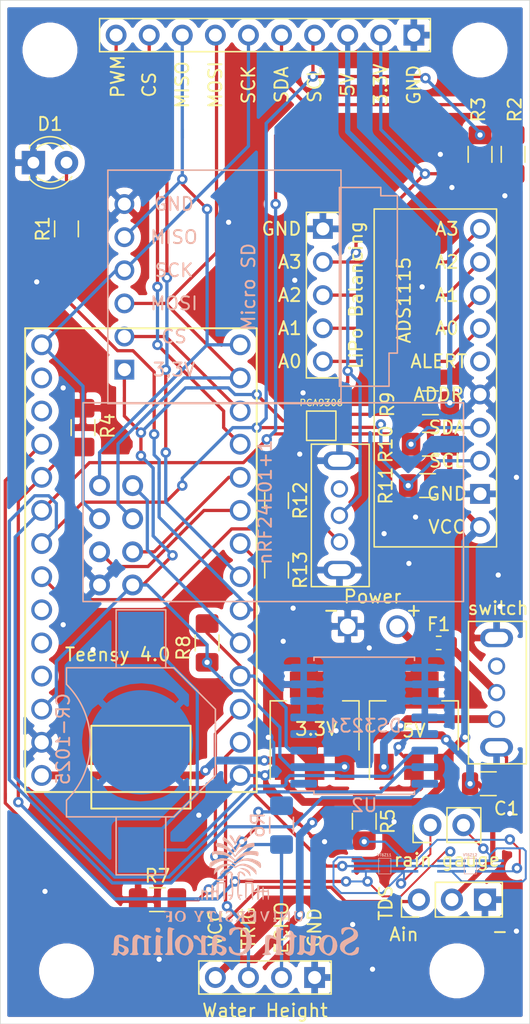
<source format=kicad_pcb>
(kicad_pcb (version 20171130) (host pcbnew "(5.1.6)-1")
  (layers (0 F.Cu signal) (31 B.Cu signal) (34 B.Paste user) (35 F.Paste user hide) (36 B.SilkS user) (37 F.SilkS user) (38 B.Mask user) (39 F.Mask user hide) (44 Edge.Cuts user))
  (net 0 "")
  (net 1 GND)
  (net 2 "Net-(D1-Pad2)")
  (net 3 "Net-(F1-Pad1)")
  (net 4 "Net-(F1-Pad2)")
  (net 5 "Net-(R5-Pad2)")
  (net 6 "Net-(VT6Z11-Pad3)")
  (net 7 "Net-(VT6Z12-Pad1)")
  (net 8 "Net-(U5-Pad1)")
  (net 9 "Net-(switch1-Pad3)")
  (net 10 "Net-(U1-Pad28)")
  (net 11 "Net-(U1-Pad30)")
  (net 12 "Net-(U1-Pad2)")
  (net 13 "Net-(U1-Pad21)")
  (net 14 "Net-(U1-Pad29)")
  (net 15 "Net-(U1-Pad22)")
  (net 16 "Net-(BT1-Pad1)")
  (net 17 "Net-(C1-Pad1)")
  (net 18 "Net-(Micro_SD1-Pad2)")
  (net 19 "Net-(Micro_SD1-Pad3)")
  (net 20 "Net-(Micro_SD1-Pad4)")
  (net 21 "Net-(Micro_SD1-Pad5)")
  (net 22 "Net-(U1-Pad9)")
  (net 23 "Net-(U1-Pad10)")
  (net 24 "Net-(U1-Pad5)")
  (net 25 "Net-(R1-Pad1)")
  (net 26 "Net-(R2-Pad2)")
  (net 27 "Net-(R3-Pad2)")
  (net 28 "Net-(R4-Pad1)")
  (net 29 "Net-(R6-Pad1)")
  (net 30 "Net-(R6-Pad2)")
  (net 31 "Net-(R8-Pad2)")
  (net 32 "Net-(TDS_3pin1-Pad1)")
  (net 33 "Net-(U1-Pad7)")
  (net 34 "Net-(U1-Pad11)")
  (net 35 "Net-(U1-Pad8)")
  (net 36 "Net-(U2-Pad1)")
  (net 37 "Net-(U2-Pad4)")
  (net 38 "Net-(U3-Pad2)")
  (net 39 "Net-(U3-Pad3)")
  (net 40 "Net-(U3-Pad4)")
  (net 41 "Net-(U3-Pad5)")
  (net 42 "Net-(U4-Pad5)")
  (net 43 "Net-(R10-Pad2)")
  (net 44 "Net-(R9-Pad2)")
  (net 45 "Net-(R10-Pad1)")
  (net 46 "Net-(R11-Pad1)")
  (net 47 "Net-(R12-Pad1)")
  (net 48 "Net-(R12-Pad2)")
  (net 49 "Net-(switch2-Pad3)")
  (module UofSC_logo:uofsc_logo_0_75in (layer B.Cu) (at 155.194 139.954 180)
    (fp_text reference G*** hide)
    (fp_text value LOGO hide)
  )
  (module custom:teensy4.0 (layer F.Cu) (at 147.32 114.3 90)
    (fp_text reference "Teensy 4.0" (at -7.239 -1.143 180) (layer F.SilkS))
    (fp_text value Teensy4.0)
    (pad 1 thru_hole circle (at -16.51 8.255 90) (size 1.6 1.6) (drill 1.1) (layers *.Cu *.Mask) (net 1 GND))
    (pad 26 thru_hole circle (at 1.27 -6.985 90) (size 1.6 1.6) (drill 1.1) (layers *.Cu *.Mask) (net 27 "Net-(R3-Pad2)"))
    (pad 7 thru_hole circle (at -1.27 8.255 90) (size 1.6 1.6) (drill 1.1) (layers *.Cu *.Mask) (net 33 "Net-(U1-Pad7)"))
    (pad 11 thru_hole circle (at 8.89 8.255 90) (size 1.6 1.6) (drill 1.1) (layers *.Cu *.Mask) (net 34 "Net-(U1-Pad11)"))
    (pad 12 thru_hole circle (at 11.43 8.255 90) (size 1.6 1.6) (drill 1.1) (layers *.Cu *.Mask) (net 18 "Net-(Micro_SD1-Pad2)"))
    (pad 14 thru_hole circle (at 16.51 8.255 90) (size 1.6 1.6) (drill 1.1) (layers *.Cu *.Mask) (net 21 "Net-(Micro_SD1-Pad5)"))
    (pad 32 thru_hole circle (at -13.97 -6.985 90) (size 1.6 1.6) (drill 1.1) (layers *.Cu *.Mask) (net 1 GND))
    (pad 28 thru_hole circle (at -3.81 -6.985 90) (size 1.6 1.6) (drill 1.1) (layers *.Cu *.Mask) (net 10 "Net-(U1-Pad28)"))
    (pad 23 thru_hole circle (at 8.89 -6.985 90) (size 1.6 1.6) (drill 1.1) (layers *.Cu *.Mask) (net 32 "Net-(TDS_3pin1-Pad1)"))
    (pad 13 thru_hole circle (at 13.97 8.255 90) (size 1.6 1.6) (drill 1.1) (layers *.Cu *.Mask) (net 19 "Net-(Micro_SD1-Pad3)"))
    (pad 33 thru_hole circle (at -16.51 -6.985 90) (size 1.6 1.6) (drill 1.1) (layers *.Cu *.Mask) (net 43 "Net-(R10-Pad2)"))
    (pad 30 thru_hole circle (at -8.89 -6.985 90) (size 1.6 1.6) (drill 1.1) (layers *.Cu *.Mask) (net 11 "Net-(U1-Pad30)"))
    (pad 27 thru_hole circle (at -1.27 -6.985 90) (size 1.6 1.6) (drill 1.1) (layers *.Cu *.Mask) (net 48 "Net-(R12-Pad2)"))
    (pad 25 thru_hole circle (at 3.81 -6.985 90) (size 1.6 1.6) (drill 1.1) (layers *.Cu *.Mask) (net 26 "Net-(R2-Pad2)"))
    (pad 24 thru_hole circle (at 6.35 -6.985 90) (size 1.6 1.6) (drill 1.1) (layers *.Cu *.Mask) (net 28 "Net-(R4-Pad1)"))
    (pad 20 thru_hole circle (at 16.51 -6.985 90) (size 1.6 1.6) (drill 1.1) (layers *.Cu *.Mask) (net 20 "Net-(Micro_SD1-Pad4)"))
    (pad 2 thru_hole circle (at -13.97 8.255 90) (size 1.6 1.6) (drill 1.1) (layers *.Cu *.Mask) (net 12 "Net-(U1-Pad2)"))
    (pad 21 thru_hole circle (at 13.97 -6.985 90) (size 1.6 1.6) (drill 1.1) (layers *.Cu *.Mask) (net 13 "Net-(U1-Pad21)"))
    (pad 29 thru_hole circle (at -6.35 -6.985 90) (size 1.6 1.6) (drill 1.1) (layers *.Cu *.Mask) (net 14 "Net-(U1-Pad29)"))
    (pad 3 thru_hole circle (at -11.43 8.255 90) (size 1.6 1.6) (drill 1.1) (layers *.Cu *.Mask) (net 29 "Net-(R6-Pad1)"))
    (pad 4 thru_hole circle (at -8.89 8.255 90) (size 1.6 1.6) (drill 1.1) (layers *.Cu *.Mask) (net 31 "Net-(R8-Pad2)"))
    (pad 5 thru_hole circle (at -6.35 8.255 90) (size 1.6 1.6) (drill 1.1) (layers *.Cu *.Mask) (net 24 "Net-(U1-Pad5)"))
    (pad 9 thru_hole circle (at 3.81 8.255 90) (size 1.6 1.6) (drill 1.1) (layers *.Cu *.Mask) (net 22 "Net-(U1-Pad9)"))
    (pad 6 thru_hole circle (at -3.81 8.255 90) (size 1.6 1.6) (drill 1.1) (layers *.Cu *.Mask) (net 25 "Net-(R1-Pad1)"))
    (pad 8 thru_hole circle (at 1.27 8.255 90) (size 1.6 1.6) (drill 1.1) (layers *.Cu *.Mask) (net 35 "Net-(U1-Pad8)"))
    (pad 10 thru_hole circle (at 6.35 8.255 90) (size 1.6 1.6) (drill 1.1) (layers *.Cu *.Mask) (net 23 "Net-(U1-Pad10)"))
    (pad 31 thru_hole circle (at -11.43 -6.985 90) (size 1.6 1.6) (drill 1.1) (layers *.Cu *.Mask) (net 17 "Net-(C1-Pad1)"))
    (pad 22 thru_hole circle (at 11.43 -6.985 90) (size 1.6 1.6) (drill 1.1) (layers *.Cu *.Mask) (net 15 "Net-(U1-Pad22)"))
  )
  (module MountingHole:MountingHole_3.2mm_M3 (layer F.Cu) (at 140.97 75.184)
    (fp_text reference REF** hide)
    (fp_text value MountingHole_3.2mm_M3)
    (pad 1 np_thru_hole circle (at 0 0) (size 3.2 3.2) (drill 3.2) (layers *.Cu *.Mask))
  )
  (module MountingHole:MountingHole_3.2mm_M3 (layer F.Cu) (at 173.99 75.184)
    (fp_text reference REF** hide)
    (fp_text value MountingHole_3.2mm_M3)
    (pad 1 np_thru_hole circle (at 0 0) (size 3.2 3.2) (drill 3.2) (layers *.Cu *.Mask))
  )
  (module MountingHole:MountingHole_3.2mm_M3 (layer F.Cu) (at 142.24 145.796)
    (fp_text reference REF** hide)
    (fp_text value MountingHole_3.2mm_M3)
    (pad 1 np_thru_hole circle (at 0 0) (size 3.2 3.2) (drill 3.2) (layers *.Cu *.Mask))
  )
  (module MountingHole:MountingHole_3.2mm_M3 (layer F.Cu) (at 172.212 145.796)
    (fp_text reference REF** hide)
    (fp_text value MountingHole_3.2mm_M3)
    (pad 1 np_thru_hole circle (at 0 0) (size 3.2 3.2) (drill 3.2) (layers *.Cu *.Mask))
  )
  (module custom:VT6Z1 (layer F.Cu) (at 173.228 137.16)
    (fp_text reference VT6Z12 (at 0 -0.25 180) (layer B.SilkS) (effects (font (size 0.2 0.2) (thickness 0.05))))
    (fp_text value VT6Z1)
    (pad 6 smd rect (at -1.425 0.2 270) (size 0.2 2.2) (layers B.Cu B.Paste B.Mask) (net 28 "Net-(R4-Pad1)"))
    (pad 5 smd rect (at -1.425 0.6 270) (size 0.2 2.2) (layers B.Cu B.Paste B.Mask) (net 35 "Net-(U1-Pad8)"))
    (pad 4 smd rect (at -1.425 1 270) (size 0.2 2.2) (layers B.Cu B.Paste B.Mask) (net 7 "Net-(VT6Z12-Pad1)"))
    (pad 3 smd rect (at 1.5 1 270) (size 0.2 2.2) (layers B.Cu B.Paste B.Mask) (net 5 "Net-(R5-Pad2)"))
    (pad 2 smd rect (at 1.5 0.6 270) (size 0.2 2.2) (layers B.Cu B.Paste B.Mask) (net 35 "Net-(U1-Pad8)"))
    (pad 1 smd rect (at 1.5 0.1905 270) (size 0.2 2.2) (layers B.Cu B.Paste B.Mask) (net 7 "Net-(VT6Z12-Pad1)"))
  )
  (module custom:VT6Z1 (layer F.Cu) (at 166.648 137.16)
    (fp_text reference VT6Z11 (at 0 -0.25 180) (layer B.SilkS) (effects (font (size 0.2 0.2) (thickness 0.05))))
    (fp_text value VT6Z1)
    (pad 6 smd rect (at -1.425 0.2 270) (size 0.2 2.2) (layers B.Cu B.Paste B.Mask) (net 6 "Net-(VT6Z11-Pad3)"))
    (pad 5 smd rect (at -1.425 0.6 270) (size 0.2 2.2) (layers B.Cu B.Paste B.Mask) (net 35 "Net-(U1-Pad8)"))
    (pad 4 smd rect (at -1.425 1 270) (size 0.2 2.2) (layers B.Cu B.Paste B.Mask) (net 28 "Net-(R4-Pad1)"))
    (pad 3 smd rect (at 1.5 1 270) (size 0.2 2.2) (layers B.Cu B.Paste B.Mask) (net 6 "Net-(VT6Z11-Pad3)"))
    (pad 2 smd rect (at 1.5 0.6 270) (size 0.2 2.2) (layers B.Cu B.Paste B.Mask) (net 35 "Net-(U1-Pad8)"))
    (pad 1 smd rect (at 1.5 0.1905 270) (size 0.2 2.2) (layers B.Cu B.Paste B.Mask) (net 5 "Net-(R5-Pad2)"))
  )
  (module Connector_PinHeader_2.54mm:PinHeader_1x02_P2.54mm_Vertical (layer F.Cu) (at 170.18 134.62 90)
    (fp_text reference "rain gauge" (at -2.667 1.27 180) (layer F.SilkS))
    (fp_text value rg_2pin)
    (pad 1 thru_hole circle (at 0 0 90) (size 1.7 1.7) (drill 1) (layers *.Cu *.Mask) (net 6 "Net-(VT6Z11-Pad3)"))
    (pad 2 thru_hole oval (at 0 2.54 90) (size 1.7 1.7) (drill 1) (layers *.Cu *.Mask) (net 7 "Net-(VT6Z12-Pad1)"))
  )
  (module custom:ADS1115 (layer F.Cu) (at 175.26 100.33 270)
    (fp_text reference ADS1115 (at -5.969 7.112 90) (layer F.SilkS))
    (fp_text value ADS1115)
    (fp_text user A3 (at -11.43 3.81) (layer F.SilkS))
    (fp_text user A2 (at -8.89 3.81) (layer F.SilkS))
    (fp_text user A1 (at -6.35 3.81) (layer F.SilkS))
    (fp_text user A0 (at -3.81 3.81) (layer F.SilkS))
    (fp_text user ALERT (at -1.27 4.445) (layer F.SilkS))
    (fp_text user ADDR (at 1.27 4.445) (layer F.SilkS))
    (fp_text user SDA (at 3.81 3.81) (layer F.SilkS))
    (fp_text user SCL (at 6.35 3.81) (layer F.SilkS))
    (fp_text user GND (at 8.89 3.81) (layer F.SilkS))
    (fp_text user VCC (at 11.43 3.81) (layer F.SilkS))
    (pad 1 thru_hole circle (at -11.43 1.27 270) (size 1.524 1.524) (drill 1) (layers *.Cu *.Mask) (net 38 "Net-(U3-Pad2)"))
    (pad 2 thru_hole circle (at -8.89 1.27 270) (size 1.524 1.524) (drill 1) (layers *.Cu *.Mask) (net 39 "Net-(U3-Pad3)"))
    (pad 3 thru_hole circle (at -6.35 1.27 270) (size 1.524 1.524) (drill 1) (layers *.Cu *.Mask) (net 40 "Net-(U3-Pad4)"))
    (pad 4 thru_hole circle (at -3.81 1.27 270) (size 1.524 1.524) (drill 1) (layers *.Cu *.Mask) (net 41 "Net-(U3-Pad5)"))
    (pad 5 thru_hole circle (at -1.27 1.27 270) (size 1.524 1.524) (drill 1) (layers *.Cu *.Mask) (net 42 "Net-(U4-Pad5)"))
    (pad 6 thru_hole circle (at 1.27 1.27 270) (size 1.524 1.524) (drill 1) (layers *.Cu *.Mask) (net 1 GND))
    (pad 7 thru_hole circle (at 3.81 1.27 270) (size 1.524 1.524) (drill 1) (layers *.Cu *.Mask) (net 45 "Net-(R10-Pad1)"))
    (pad 8 thru_hole circle (at 6.35 1.27 270) (size 1.524 1.524) (drill 1) (layers *.Cu *.Mask) (net 46 "Net-(R11-Pad1)"))
    (pad 9 thru_hole rect (at 8.89 1.27 270) (size 1.524 1.524) (drill 1) (layers *.Cu *.Mask) (net 1 GND))
    (pad 10 thru_hole circle (at 11.43 1.27 270) (size 1.524 1.524) (drill 1) (layers *.Cu *.Mask) (net 43 "Net-(R10-Pad2)"))
  )
  (module custom:battery_holder_10mm (layer B.Cu) (at 147.955 128.27 270)
    (fp_text reference CR-1025 (at -0.254 5.969 270) (layer B.SilkS) (effects (justify mirror)))
    (fp_text value Battery_Cell)
    (pad 1 smd rect (at 8.255 0) (size 3.5 3.5) (layers B.Cu B.Mask) (net 16 "Net-(BT1-Pad1)"))
    (pad 1 smd rect (at -8.255 0) (size 3.5 3.5) (layers B.Cu B.Mask) (net 16 "Net-(BT1-Pad1)"))
    (pad 2 smd circle (at 0 0) (size 8 8) (layers B.Cu B.Mask) (net 1 GND))
  )
  (module Resistor_SMD:R_1206_3216Metric (layer F.Cu) (at 174.625 131.445)
    (fp_text reference C1 (at 1.397 1.905) (layer F.SilkS))
    (fp_text value C)
    (pad 1 smd roundrect (at -1.4 0) (size 1.25 1.75) (layers F.Cu F.Paste F.Mask) (roundrect_rratio 0.2) (net 17 "Net-(C1-Pad1)"))
    (pad 2 smd roundrect (at 1.4 0) (size 1.25 1.75) (layers F.Cu F.Paste F.Mask) (roundrect_rratio 0.2) (net 1 GND))
  )
  (module LED_THT:LED_D3.0mm (layer F.Cu) (at 139.7 83.82)
    (fp_text reference D1 (at 1.27 -2.96) (layer F.SilkS))
    (fp_text value LED)
    (pad 1 thru_hole rect (at 0 0) (size 1.8 1.8) (drill 0.9) (layers *.Cu *.Mask) (net 1 GND))
    (pad 2 thru_hole circle (at 2.54 0) (size 1.8 1.8) (drill 0.9) (layers *.Cu *.Mask) (net 2 "Net-(D1-Pad2)"))
  )
  (module Resistor_SMD:R_0603_1608Metric_Pad1.05x0.95mm_HandSolder (layer F.Cu) (at 170.815 120.65)
    (fp_text reference F1 (at 0 -1.43) (layer F.SilkS))
    (fp_text value Fuse)
    (pad 1 smd roundrect (at -0.875 0) (size 1.05 0.95) (layers F.Cu F.Paste F.Mask) (net 3 "Net-(F1-Pad1)"))
    (pad 2 smd roundrect (at 0.875 0) (size 1.05 0.95) (layers F.Cu F.Paste F.Mask) (net 4 "Net-(F1-Pad2)"))
  )
  (module custom:small_microSD (layer F.Cu) (at 145.415 93.345 90)
    (fp_text reference "Micro SD" (at 0 10.795 90) (layer B.SilkS))
    (fp_text value small_microSD)
    (fp_text user 3,3V (at -6.35 5.08) (layer B.SilkS))
    (fp_text user CS (at -3.81 5.08) (layer B.SilkS))
    (fp_text user MOSI (at -1.27 5.08) (layer B.SilkS))
    (fp_text user SCK (at 1.27 5.08) (layer B.SilkS))
    (fp_text user MISO (at 3.81 5.08) (layer B.SilkS))
    (fp_text user GND (at 6.35 5.08) (layer B.SilkS))
    (pad 1 thru_hole rect (at -6.35 1.27 90) (size 1.524 1.524) (drill 1) (layers *.Cu *.Mask) (net 17 "Net-(C1-Pad1)"))
    (pad 2 thru_hole circle (at -3.81 1.27 90) (size 1.524 1.524) (drill 1) (layers *.Cu *.Mask) (net 18 "Net-(Micro_SD1-Pad2)"))
    (pad 3 thru_hole circle (at -1.27 1.27 90) (size 1.524 1.524) (drill 1) (layers *.Cu *.Mask) (net 19 "Net-(Micro_SD1-Pad3)"))
    (pad 4 thru_hole circle (at 1.27 1.27 90) (size 1.524 1.524) (drill 1) (layers *.Cu *.Mask) (net 20 "Net-(Micro_SD1-Pad4)"))
    (pad 5 thru_hole circle (at 3.81 1.27 90) (size 1.524 1.524) (drill 1) (layers *.Cu *.Mask) (net 21 "Net-(Micro_SD1-Pad5)"))
    (pad 6 thru_hole circle (at 6.35 1.27 90) (size 1.524 1.524) (drill 1) (layers *.Cu *.Mask) (net 1 GND))
  )
  (module custom:nRF24L01+ (layer F.Cu) (at 156.21 109.855 270)
    (fp_text reference nRF24L01+1 (at 0 -1.27 90) (layer B.SilkS))
    (fp_text value nRF24L01+)
    (pad 8 thru_hole circle (at -1.27 11.43 270) (size 1.6 1.6) (drill 1) (layers *.Cu *.Mask) (net 21 "Net-(Micro_SD1-Pad5)"))
    (pad 4 thru_hole circle (at -1.27 8.89 270) (size 1.6 1.6) (drill 1) (layers *.Cu *.Mask) (net 24 "Net-(U1-Pad5)"))
    (pad 1 thru_hole circle (at 6.35 8.89 270) (size 1.6 1.6) (drill 1) (layers *.Cu *.Mask) (net 17 "Net-(C1-Pad1)"))
    (pad 2 thru_hole circle (at 3.81 8.89 270) (size 1.6 1.6) (drill 1) (layers *.Cu *.Mask) (net 23 "Net-(U1-Pad10)"))
    (pad 6 thru_hole circle (at 3.81 11.43 270) (size 1.6 1.6) (drill 1) (layers *.Cu *.Mask) (net 22 "Net-(U1-Pad9)"))
    (pad 5 thru_hole circle (at 6.35 11.43 270) (size 1.6 1.6) (drill 1) (layers *.Cu *.Mask) (net 1 GND))
    (pad 7 thru_hole circle (at 1.27 11.43 270) (size 1.6 1.6) (drill 1) (layers *.Cu *.Mask) (net 20 "Net-(Micro_SD1-Pad4)"))
    (pad 3 thru_hole circle (at 1.27 8.89 270) (size 1.6 1.6) (drill 1) (layers *.Cu *.Mask) (net 19 "Net-(Micro_SD1-Pad3)"))
  )
  (module custom:XT60PW (layer F.Cu) (at 166.37 116.84)
    (fp_text reference Power (at -0.635 0.254) (layer F.SilkS))
    (fp_text value XP60PW)
    (fp_text user + (at 2.54 1.27) (layer F.SilkS))
    (fp_text user - (at -3.81 1.27) (layer F.SilkS))
    (pad 2 thru_hole circle (at 1.27 2.54) (size 1.7 1.7) (drill 1.2) (layers *.Cu *.Mask) (net 3 "Net-(F1-Pad1)"))
    (pad 1 thru_hole rect (at -2.54 2.54) (size 1.5 1.5) (drill 1.2) (layers *.Cu *.Mask) (net 1 GND))
  )
  (module Resistor_SMD:R_1206_3216Metric_Pad1.42x1.75mm_HandSolder (layer F.Cu) (at 142.24 88.9 90)
    (fp_text reference R1 (at 0 -1.82 90) (layer F.SilkS))
    (fp_text value 1k)
    (pad 2 smd roundrect (at 1.4875 0 90) (size 1.425 1.75) (layers F.Cu F.Paste F.Mask) (roundrect_rratio 0.175439) (net 2 "Net-(D1-Pad2)"))
    (pad 1 smd roundrect (at -1.4875 0 90) (size 1.425 1.75) (layers F.Cu F.Paste F.Mask) (roundrect_rratio 0.175439) (net 25 "Net-(R1-Pad1)"))
  )
  (module Resistor_SMD:R_1206_3216Metric_Pad1.42x1.75mm_HandSolder (layer F.Cu) (at 176.53 83.185 90)
    (fp_text reference R2 (at 3.429 0.127 90) (layer F.SilkS))
    (fp_text value 4.7k)
    (pad 2 smd roundrect (at 1.4875 0 90) (size 1.425 1.75) (layers F.Cu F.Paste F.Mask) (roundrect_rratio 0.175439) (net 26 "Net-(R2-Pad2)"))
    (pad 1 smd roundrect (at -1.4875 0 90) (size 1.425 1.75) (layers F.Cu F.Paste F.Mask) (roundrect_rratio 0.175439) (net 17 "Net-(C1-Pad1)"))
  )
  (module Resistor_SMD:R_1206_3216Metric_Pad1.42x1.75mm_HandSolder (layer F.Cu) (at 173.99 83.185 90)
    (fp_text reference R3 (at 3.429 -0.127 90) (layer F.SilkS))
    (fp_text value 4.7k)
    (pad 1 smd roundrect (at -1.4875 0 90) (size 1.425 1.75) (layers F.Cu F.Paste F.Mask) (roundrect_rratio 0.175439) (net 17 "Net-(C1-Pad1)"))
    (pad 2 smd roundrect (at 1.4875 0 90) (size 1.425 1.75) (layers F.Cu F.Paste F.Mask) (roundrect_rratio 0.175439) (net 27 "Net-(R3-Pad2)"))
  )
  (module Resistor_SMD:R_1206_3216Metric_Pad1.42x1.75mm_HandSolder (layer F.Cu) (at 143.51 104.14 90)
    (fp_text reference R4 (at 0.127 1.905 90) (layer F.SilkS))
    (fp_text value R)
    (pad 1 smd roundrect (at -1.4875 0 90) (size 1.425 1.75) (layers F.Cu F.Paste F.Mask) (roundrect_rratio 0.175439) (net 28 "Net-(R4-Pad1)"))
    (pad 2 smd roundrect (at 1.4875 0 90) (size 1.425 1.75) (layers F.Cu F.Paste F.Mask) (roundrect_rratio 0.175439) (net 1 GND))
  )
  (module Resistor_SMD:R_1206_3216Metric_Pad1.42x1.75mm_HandSolder (layer F.Cu) (at 165.1 134.3295 270)
    (fp_text reference R5 (at 0 -1.82 90) (layer F.SilkS))
    (fp_text value R)
    (pad 2 smd roundrect (at 1.4875 0 270) (size 1.425 1.75) (layers F.Cu F.Paste F.Mask) (roundrect_rratio 0.175439) (net 5 "Net-(R5-Pad2)"))
    (pad 1 smd roundrect (at -1.4875 0 270) (size 1.425 1.75) (layers F.Cu F.Paste F.Mask) (roundrect_rratio 0.175439) (net 43 "Net-(R10-Pad2)"))
  )
  (module Resistor_SMD:R_1206_3216Metric_Pad1.42x1.75mm_HandSolder (layer B.Cu) (at 158.75 134.62 270)
    (fp_text reference R6 (at 0 1.82 270) (layer B.SilkS) (effects (justify mirror)))
    (fp_text value 4.4k)
    (pad 1 smd roundrect (at -1.4875 0 270) (size 1.425 1.75) (layers B.Cu B.Paste B.Mask) (roundrect_rratio 0.175439) (net 29 "Net-(R6-Pad1)"))
    (pad 2 smd roundrect (at 1.4875 0 270) (size 1.425 1.75) (layers B.Cu B.Paste B.Mask) (roundrect_rratio 0.175) (net 30 "Net-(R6-Pad2)"))
  )
  (module Resistor_SMD:R_1206_3216Metric_Pad1.42x1.75mm_HandSolder (layer F.Cu) (at 149.225 140.335)
    (fp_text reference R7 (at 0 -1.82) (layer F.SilkS))
    (fp_text value 4.1k)
    (pad 2 smd roundrect (at 1.4875 0) (size 1.425 1.75) (layers F.Cu F.Paste F.Mask) (roundrect_rratio 0.175) (net 30 "Net-(R6-Pad2)"))
    (pad 1 smd roundrect (at -1.4875 0) (size 1.425 1.75) (layers F.Cu F.Paste F.Mask) (roundrect_rratio 0.175439) (net 1 GND))
  )
  (module Resistor_SMD:R_1206_3216Metric_Pad1.42x1.75mm_HandSolder (layer F.Cu) (at 153.035 120.65 90)
    (fp_text reference R8 (at -0.381 -1.82 90) (layer F.SilkS))
    (fp_text value 4.7k)
    (pad 1 smd roundrect (at -1.4875 0 90) (size 1.425 1.75) (layers F.Cu F.Paste F.Mask) (roundrect_rratio 0.175439) (net 17 "Net-(C1-Pad1)"))
    (pad 2 smd roundrect (at 1.4875 0 90) (size 1.425 1.75) (layers F.Cu F.Paste F.Mask) (roundrect_rratio 0.175439) (net 31 "Net-(R8-Pad2)"))
  )
  (module custom:grounded_switch (layer F.Cu) (at 170.18 124.46 90)
    (fp_text reference switch (at 6.477 5.207 180) (layer F.SilkS))
    (fp_text value grounded_switch)
    (pad 1 thru_hole circle (at -2.032 5.08 90) (size 1.324 1.324) (drill 0.914) (layers *.Cu *.Mask) (net 8 "Net-(U5-Pad1)"))
    (pad 2 thru_hole circle (at 0 5.08 90) (size 1.324 1.324) (drill 0.914) (layers *.Cu *.Mask) (net 4 "Net-(F1-Pad2)"))
    (pad 3 thru_hole circle (at 2.032 5.08 90) (size 1.324 1.324) (drill 0.914) (layers *.Cu *.Mask) (net 9 "Net-(switch1-Pad3)"))
    (pad 4 thru_hole oval (at -4.191 5.08 180) (size 2.524 1.424) (drill oval 1.76 0.914) (layers *.Cu *.Mask) (net 1 GND))
    (pad 5 thru_hole oval (at 4.191 5.08 180) (size 2.524 1.424) (drill oval 1.76 0.914) (layers *.Cu *.Mask) (net 1 GND))
  )
  (module Connector_PinHeader_2.54mm:PinHeader_1x03_P2.54mm_Vertical (layer F.Cu) (at 169.291 140.335 90)
    (fp_text reference TDS (at -0.254 -2.54 90) (layer F.SilkS))
    (fp_text value tds_3pin)
    (pad 1 thru_hole circle (at 0 0 90) (size 1.7 1.7) (drill 1) (layers *.Cu *.Mask) (net 32 "Net-(TDS_3pin1-Pad1)"))
    (pad 2 thru_hole oval (at 0 2.54 90) (size 1.7 1.7) (drill 1) (layers *.Cu *.Mask) (net 17 "Net-(C1-Pad1)"))
    (pad 3 thru_hole rect (at 0 5.08 90) (size 1.7 1.7) (drill 1) (layers *.Cu *.Mask) (net 1 GND))
  )
  (module custom:top_rail (layer F.Cu) (at 156.21 74.041)
    (fp_text reference top_rail1 hide)
    (fp_text value top_rail)
    (fp_text user CS (at -7.62 3.81 90) (layer F.SilkS))
    (fp_text user MISO (at -5.08 3.81 90) (layer F.SilkS))
    (fp_text user MOSI (at -2.54 3.81 90) (layer F.SilkS))
    (fp_text user SCK (at 0 3.81 90) (layer F.SilkS))
    (fp_text user SDA (at 2.54 3.81 90) (layer F.SilkS))
    (fp_text user SCL (at 5.08 3.81 90) (layer F.SilkS))
    (fp_text user 5V (at 7.62 3.81 90) (layer F.SilkS))
    (fp_text user 3.3V (at 10.16 3.81 90) (layer F.SilkS))
    (fp_text user GND (at 12.7 3.81 90) (layer F.SilkS))
    (fp_text user PWM (at -10.033 3.175 90) (layer F.SilkS))
    (pad 1 thru_hole circle (at -7.62 0) (size 1.6 1.6) (drill 1) (layers *.Cu *.Mask) (net 33 "Net-(U1-Pad7)"))
    (pad 2 thru_hole circle (at -5.08 0) (size 1.6 1.6) (drill 1) (layers *.Cu *.Mask) (net 21 "Net-(Micro_SD1-Pad5)"))
    (pad 3 thru_hole circle (at -2.54 0) (size 1.6 1.6) (drill 1) (layers *.Cu *.Mask) (net 19 "Net-(Micro_SD1-Pad3)"))
    (pad 4 thru_hole circle (at 0 0) (size 1.6 1.6) (drill 1) (layers *.Cu *.Mask) (net 20 "Net-(Micro_SD1-Pad4)"))
    (pad 5 thru_hole circle (at 2.54 0) (size 1.6 1.6) (drill 1) (layers *.Cu *.Mask) (net 26 "Net-(R2-Pad2)"))
    (pad 6 thru_hole circle (at 5.08 0) (size 1.6 1.6) (drill 1) (layers *.Cu *.Mask) (net 27 "Net-(R3-Pad2)"))
    (pad 7 thru_hole circle (at 7.62 0) (size 1.6 1.6) (drill 1) (layers *.Cu *.Mask) (net 43 "Net-(R10-Pad2)"))
    (pad 8 thru_hole circle (at 10.16 0) (size 1.6 1.6) (drill 1) (layers *.Cu *.Mask) (net 17 "Net-(C1-Pad1)"))
    (pad 9 thru_hole rect (at 12.7 0) (size 1.6 1.6) (drill 1) (layers *.Cu *.Mask) (net 1 GND))
    (pad 10 thru_hole circle (at -10.16 0) (size 1.6 1.6) (drill 1) (layers *.Cu *.Mask) (net 34 "Net-(U1-Pad11)"))
  )
  (module Package_SO:SOIC-16W_7.5x10.3mm_P1.27mm (layer B.Cu) (at 165.1 127)
    (fp_text reference U2 (at 0 6.1) (layer B.SilkS) (effects (justify mirror)))
    (fp_text value DS3231M)
    (pad 1 smd roundrect (at -4.65 4.445) (size 2.05 0.6) (layers B.Cu B.Paste B.Mask) (net 36 "Net-(U2-Pad1)"))
    (pad 2 smd roundrect (at -4.65 3.175) (size 2.05 0.6) (layers B.Cu B.Paste B.Mask) (net 17 "Net-(C1-Pad1)"))
    (pad 3 smd roundrect (at -4.65 1.905) (size 2.05 0.6) (layers B.Cu B.Paste B.Mask) (net 31 "Net-(R8-Pad2)"))
    (pad 4 smd roundrect (at -4.65 0.635) (size 2.05 0.6) (layers B.Cu B.Paste B.Mask) (net 37 "Net-(U2-Pad4)"))
    (pad 5 smd roundrect (at -4.65 -0.635) (size 2.05 0.6) (layers B.Cu B.Paste B.Mask) (net 1 GND))
    (pad 6 smd roundrect (at -4.65 -1.905) (size 2.05 0.6) (layers B.Cu B.Paste B.Mask) (net 1 GND))
    (pad 7 smd roundrect (at -4.65 -3.175) (size 2.05 0.6) (layers B.Cu B.Paste B.Mask) (net 1 GND))
    (pad 8 smd roundrect (at -4.65 -4.445) (size 2.05 0.6) (layers B.Cu B.Paste B.Mask) (net 1 GND))
    (pad 9 smd roundrect (at 4.65 -4.445) (size 2.05 0.6) (layers B.Cu B.Paste B.Mask) (net 1 GND))
    (pad 10 smd roundrect (at 4.65 -3.175) (size 2.05 0.6) (layers B.Cu B.Paste B.Mask) (net 1 GND))
    (pad 11 smd roundrect (at 4.65 -1.905) (size 2.05 0.6) (layers B.Cu B.Paste B.Mask) (net 1 GND))
    (pad 12 smd roundrect (at 4.65 -0.635) (size 2.05 0.6) (layers B.Cu B.Paste B.Mask) (net 1 GND))
    (pad 13 smd roundrect (at 4.65 0.635) (size 2.05 0.6) (layers B.Cu B.Paste B.Mask) (net 1 GND))
    (pad 14 smd roundrect (at 4.65 1.905) (size 2.05 0.6) (layers B.Cu B.Paste B.Mask) (net 16 "Net-(BT1-Pad1)"))
    (pad 15 smd roundrect (at 4.65 3.175) (size 2.05 0.6) (layers B.Cu B.Paste B.Mask) (net 26 "Net-(R2-Pad2)"))
    (pad 16 smd roundrect (at 4.65 4.445) (size 2.05 0.6) (layers B.Cu B.Paste B.Mask) (net 27 "Net-(R3-Pad2)"))
  )
  (module custom:ADS_Conn (layer F.Cu) (at 163.195 92.71 270)
    (fp_text reference "LiPo Balancing" (at 1.27 -1.27 90) (layer F.SilkS))
    (fp_text value ADS_Conn)
    (fp_text user GND (at -3.81 4.445) (layer F.SilkS))
    (fp_text user A3 (at -1.27 3.81) (layer F.SilkS))
    (fp_text user A2 (at 1.27 3.81) (layer F.SilkS))
    (fp_text user A1 (at 3.81 3.81) (layer F.SilkS))
    (fp_text user A0 (at 6.35 3.81) (layer F.SilkS))
    (pad 1 thru_hole rect (at -3.81 1.27 270) (size 1.524 1.524) (drill 1) (layers *.Cu *.Mask) (net 1 GND))
    (pad 2 thru_hole circle (at -1.27 1.27 270) (size 1.524 1.524) (drill 1) (layers *.Cu *.Mask) (net 38 "Net-(U3-Pad2)"))
    (pad 3 thru_hole circle (at 1.27 1.27 270) (size 1.524 1.524) (drill 1) (layers *.Cu *.Mask) (net 39 "Net-(U3-Pad3)"))
    (pad 4 thru_hole circle (at 3.81 1.27 270) (size 1.524 1.524) (drill 1) (layers *.Cu *.Mask) (net 40 "Net-(U3-Pad4)"))
    (pad 5 thru_hole circle (at 6.35 1.27 270) (size 1.524 1.524) (drill 1) (layers *.Cu *.Mask) (net 41 "Net-(U3-Pad5)"))
  )
  (module Package_TO_SOT_SMD:SOT-223-3_TabPin2 (layer F.Cu) (at 168.91 127 90)
    (fp_text reference 5V (at -0.381 0 180) (layer F.SilkS))
    (fp_text value KA78M05_TO252)
    (pad 1 smd rect (at -3.15 -2.3 90) (size 2 1.5) (layers F.Cu F.Paste F.Mask) (net 8 "Net-(U5-Pad1)"))
    (pad 3 smd rect (at -3.15 2.3 90) (size 2 1.5) (layers F.Cu F.Paste F.Mask) (net 43 "Net-(R10-Pad2)"))
    (pad 2 smd rect (at -3.15 0 90) (size 2 1.5) (layers F.Cu F.Paste F.Mask) (net 1 GND))
    (pad 2 smd rect (at 3.15 0 90) (size 2 3.8) (layers F.Cu F.Paste F.Mask) (net 1 GND))
  )
  (module Package_TO_SOT_SMD:SOT-223-3_TabPin2 (layer F.Cu) (at 161.29 127 90)
    (fp_text reference 3.3V (at -0.254 0.127 180) (layer F.SilkS))
    (fp_text value KA78M05_TO252)
    (pad 1 smd rect (at -3.15 -2.3 90) (size 2 1.5) (layers F.Cu F.Paste F.Mask) (net 43 "Net-(R10-Pad2)"))
    (pad 3 smd rect (at -3.15 2.3 90) (size 2 1.5) (layers F.Cu F.Paste F.Mask) (net 17 "Net-(C1-Pad1)"))
    (pad 2 smd rect (at -3.15 0 90) (size 2 1.5) (layers F.Cu F.Paste F.Mask) (net 1 GND))
    (pad 2 smd rect (at 3.15 0 90) (size 2 3.8) (layers F.Cu F.Paste F.Mask) (net 1 GND))
  )
  (module custom:HCSR04 (layer F.Cu) (at 157.48 145.034)
    (fp_text reference "Water Height" (at 0 3.81) (layer F.SilkS))
    (fp_text value HCSR04)
    (fp_text user VCC (at -3.81 -2.54 90) (layer F.SilkS))
    (fp_text user TRIG (at -1.27 -2.54 90) (layer F.SilkS))
    (fp_text user ECHO (at 1.27 -2.54 90) (layer F.SilkS))
    (fp_text user GND (at 3.81 -2.54 270) (layer F.SilkS))
    (pad 1 thru_hole rect (at 3.81 1.27) (size 1.6 1.6) (drill 1) (layers *.Cu *.Mask) (net 1 GND))
    (pad 2 thru_hole circle (at 1.27 1.27) (size 1.6 1.6) (drill 1) (layers *.Cu *.Mask) (net 30 "Net-(R6-Pad2)"))
    (pad 3 thru_hole circle (at -1.27 1.27) (size 1.6 1.6) (drill 1) (layers *.Cu *.Mask) (net 12 "Net-(U1-Pad2)"))
    (pad 4 thru_hole circle (at -3.81 1.27) (size 1.6 1.6) (drill 1) (layers *.Cu *.Mask) (net 43 "Net-(R10-Pad2)"))
  )
  (module Resistor_SMD:R_1206_3216Metric_Pad1.42x1.75mm_HandSolder (layer F.Cu) (at 170.18 102.235 180)
    (fp_text reference R9 (at 3.302 -0.127 90) (layer F.SilkS))
    (fp_text value 200)
    (pad 1 smd roundrect (at -1.4875 0 180) (size 1.425 1.75) (layers F.Cu F.Paste F.Mask) (roundrect_rratio 0.175439) (net 43 "Net-(R10-Pad2)"))
    (pad 2 smd roundrect (at 1.4875 0 180) (size 1.425 1.75) (layers F.Cu F.Paste F.Mask) (roundrect_rratio 0.175439) (net 44 "Net-(R9-Pad2)"))
  )
  (module Resistor_SMD:R_1206_3216Metric_Pad1.42x1.75mm_HandSolder (layer F.Cu) (at 170.18 105.41)
    (fp_text reference R10 (at -3.429 0 90) (layer F.SilkS))
    (fp_text value 4.7k)
    (pad 2 smd roundrect (at 1.4875 0) (size 1.425 1.75) (layers F.Cu F.Paste F.Mask) (roundrect_rratio 0.175439) (net 43 "Net-(R10-Pad2)"))
    (pad 1 smd roundrect (at -1.4875 0) (size 1.425 1.75) (layers F.Cu F.Paste F.Mask) (roundrect_rratio 0.175439) (net 45 "Net-(R10-Pad1)"))
  )
  (module Resistor_SMD:R_1206_3216Metric_Pad1.42x1.75mm_HandSolder (layer F.Cu) (at 169.9625 108.585)
    (fp_text reference R11 (at -3.2115 0 90) (layer F.SilkS))
    (fp_text value 4.7k)
    (pad 1 smd roundrect (at -1.4875 0) (size 1.425 1.75) (layers F.Cu F.Paste F.Mask) (roundrect_rratio 0.175439) (net 46 "Net-(R11-Pad1)"))
    (pad 2 smd roundrect (at 1.4875 0) (size 1.425 1.75) (layers F.Cu F.Paste F.Mask) (roundrect_rratio 0.175439) (net 43 "Net-(R10-Pad2)"))
  )
  (module custom:PCA9306 (layer F.Cu) (at 161.925 102.87)
    (fp_text reference PCA9306 (at -0.127 -0.635) (layer F.SilkS) (effects (font (size 0.5 0.5) (thickness 0.075))))
    (fp_text value PCA9306)
    (pad 1 smd roundrect (at -1.5 0.25) (size 0.75 0.3) (layers F.Cu F.Paste F.Mask) (net 1 GND))
    (pad 2 smd roundrect (at -1.5 0.75) (size 0.75 0.3) (layers F.Cu F.Paste F.Mask) (net 17 "Net-(C1-Pad1)"))
    (pad 3 smd roundrect (at -1.5 1.25) (size 0.75 0.3) (layers F.Cu F.Paste F.Mask) (net 27 "Net-(R3-Pad2)"))
    (pad 4 smd roundrect (at -1.5 1.75) (size 0.75 0.3) (layers F.Cu F.Paste F.Mask) (net 26 "Net-(R2-Pad2)"))
    (pad 5 smd roundrect (at 1.25 1.75) (size 0.75 0.3) (layers F.Cu F.Paste F.Mask) (net 45 "Net-(R10-Pad1)"))
    (pad 6 smd roundrect (at 1.25 1.25) (size 0.75 0.3) (layers F.Cu F.Paste F.Mask) (net 46 "Net-(R11-Pad1)"))
    (pad 7 smd roundrect (at 1.25 0.75) (size 0.75 0.3) (layers F.Cu F.Paste F.Mask) (net 44 "Net-(R9-Pad2)"))
    (pad 8 smd roundrect (at 1.25 0.25) (size 0.75 0.3) (layers F.Cu F.Paste F.Mask) (net 44 "Net-(R9-Pad2)"))
  )
  (module Resistor_SMD:R_1206_3216Metric_Pad1.42x1.75mm_HandSolder (layer F.Cu) (at 158.369 109.728 270)
    (fp_text reference R12 (at 0 -1.82 90) (layer F.SilkS))
    (fp_text value 1k)
    (pad 1 smd roundrect (at -1.4875 0 270) (size 1.425 1.75) (layers F.Cu F.Paste F.Mask) (roundrect_rratio 0.175439) (net 47 "Net-(R12-Pad1)"))
    (pad 2 smd roundrect (at 1.4875 0 270) (size 1.425 1.75) (layers F.Cu F.Paste F.Mask) (roundrect_rratio 0.175439) (net 48 "Net-(R12-Pad2)"))
  )
  (module Resistor_SMD:R_1206_3216Metric_Pad1.42x1.75mm_HandSolder (layer F.Cu) (at 158.369 115.062 270)
    (fp_text reference R13 (at 0 -1.82 90) (layer F.SilkS))
    (fp_text value 10k)
    (pad 2 smd roundrect (at 1.4875 0 270) (size 1.425 1.75) (layers F.Cu F.Paste F.Mask) (roundrect_rratio 0.175439) (net 1 GND))
    (pad 1 smd roundrect (at -1.4875 0 270) (size 1.425 1.75) (layers F.Cu F.Paste F.Mask) (roundrect_rratio 0.175439) (net 48 "Net-(R12-Pad2)"))
  )
  (module custom:grounded_switch (layer F.Cu) (at 158.115 110.871 90)
    (fp_text reference switch2 hide)
    (fp_text value grounded_switch-whs5-rescue)
    (pad 1 thru_hole circle (at -2.032 5.08 90) (size 1.324 1.324) (drill 0.914) (layers *.Cu *.Mask) (net 47 "Net-(R12-Pad1)"))
    (pad 2 thru_hole circle (at 0 5.08 90) (size 1.324 1.324) (drill 0.914) (layers *.Cu *.Mask) (net 17 "Net-(C1-Pad1)"))
    (pad 3 thru_hole circle (at 2.032 5.08 90) (size 1.324 1.324) (drill 0.914) (layers *.Cu *.Mask) (net 49 "Net-(switch2-Pad3)"))
    (pad 4 thru_hole oval (at -4.191 5.08 180) (size 2.524 1.424) (drill oval 1.76 0.914) (layers *.Cu *.Mask) (net 1 GND))
    (pad 5 thru_hole oval (at 4.191 5.08 180) (size 2.524 1.424) (drill oval 1.76 0.914) (layers *.Cu *.Mask) (net 1 GND))
  )
  (gr_text "Ain\n" (at 168.148 143.002) (layer F.SilkS) (effects (font (size 1 1))))
  (gr_text "-\n" (at 175.514 142.748) (layer F.SilkS) (effects (font (size 1 1)) (justify mirror)))
  (gr_line (start 137.16 149.86) (end 177.8 149.86) (layer Edge.Cuts) (width 0.05))
  (gr_text "DS3231\n" (at 165.1 127) (layer B.SilkS) (effects (font (size 1 1)) (justify mirror)))
  (gr_line (start 137.16 71.374) (end 177.8 71.374) (layer Edge.Cuts) (width 0.05))
  (gr_line (start 137.16 78.74) (end 137.16 71.374) (layer Edge.Cuts) (width 0.05))
  (gr_line (start 177.8 71.628) (end 177.8 71.374) (layer Edge.Cuts) (width 0.05))
  (gr_line (start 177.8 78.74) (end 177.8 71.628) (layer Edge.Cuts) (width 0.05))
  (gr_line (start 137.16 149.86) (end 137.16 142.24) (layer Edge.Cuts) (width 0.05))
  (gr_line (start 177.8 142.24) (end 177.8 149.86) (layer Edge.Cuts) (width 0.05))
  (gr_line (start 137.16 78.74) (end 137.16 142.24) (layer Edge.Cuts) (width 0.05))
  (gr_line (start 177.8 142.24) (end 177.8 78.74) (layer Edge.Cuts) (width 0.05))
  (via (at 160.401 101.473) (size 0.8) (drill 0.4) (layers F.Cu B.Cu) (net 1))
  (segment (start 160.425 101.497) (end 160.401 101.473) (width 0.25) (layer F.Cu) (net 1))
  (segment (start 160.425 103.12) (end 160.425 101.497) (width 0.25) (layer F.Cu) (net 1))
  (via (at 141.986 101.092) (size 0.8) (drill 0.4) (layers F.Cu B.Cu) (net 1))
  (via (at 175.387 115.443) (size 0.8) (drill 0.4) (layers F.Cu B.Cu) (net 1))
  (via (at 152.4 133.858) (size 0.8) (drill 0.4) (layers F.Cu B.Cu) (net 1))
  (segment (start 176.025 129.416) (end 175.26 128.651) (width 0.25) (layer F.Cu) (net 1))
  (segment (start 176.025 131.445) (end 176.025 129.416) (width 0.25) (layer F.Cu) (net 1))
  (via (at 167.737312 128.630105) (size 0.8) (drill 0.4) (layers F.Cu B.Cu) (net 1))
  (segment (start 169.75 127.635) (end 168.732417 127.635) (width 0.25) (layer B.Cu) (net 1))
  (segment (start 168.732417 127.635) (end 167.737312 128.630105) (width 0.25) (layer B.Cu) (net 1))
  (segment (start 167.737312 128.977312) (end 168.91 130.15) (width 0.25) (layer F.Cu) (net 1))
  (segment (start 167.737312 128.630105) (end 167.737312 128.977312) (width 0.25) (layer F.Cu) (net 1))
  (via (at 157.484653 130.805347) (size 0.8) (drill 0.4) (layers F.Cu B.Cu) (net 1))
  (segment (start 155.575 130.81) (end 157.48 130.81) (width 0.25) (layer B.Cu) (net 1))
  (segment (start 157.48 130.81) (end 157.484653 130.805347) (width 0.25) (layer B.Cu) (net 1))
  (via (at 162.052 135.89) (size 0.8) (drill 0.4) (layers F.Cu B.Cu) (net 1))
  (segment (start 161.496304 135.89) (end 162.052 135.89) (width 0.25) (layer F.Cu) (net 1))
  (segment (start 157.484653 131.878349) (end 161.496304 135.89) (width 0.25) (layer F.Cu) (net 1))
  (segment (start 157.484653 130.805347) (end 157.484653 131.878349) (width 0.25) (layer F.Cu) (net 1))
  (via (at 162.941 127.381) (size 0.8) (drill 0.4) (layers F.Cu B.Cu) (net 1))
  (via (at 157.734 127.889) (size 0.8) (drill 0.4) (layers F.Cu B.Cu) (net 1))
  (segment (start 157.484653 130.805347) (end 158.150002 130.139998) (width 0.25) (layer B.Cu) (net 1))
  (segment (start 158.150002 128.305002) (end 157.734 127.889) (width 0.25) (layer B.Cu) (net 1))
  (segment (start 158.150002 130.139998) (end 158.150002 128.305002) (width 0.25) (layer B.Cu) (net 1))
  (segment (start 159.029 127.889) (end 161.29 130.15) (width 0.6) (layer F.Cu) (net 1))
  (segment (start 157.734 127.889) (end 159.029 127.889) (width 0.6) (layer F.Cu) (net 1))
  (via (at 168.529 114.554) (size 0.8) (drill 0.4) (layers F.Cu B.Cu) (net 1))
  (via (at 169.545 93.345) (size 0.8) (drill 0.4) (layers F.Cu B.Cu) (net 1))
  (via (at 159.766 92.837) (size 0.8) (drill 0.4) (layers F.Cu B.Cu) (net 1))
  (via (at 154.686 88.392) (size 0.8) (drill 0.4) (layers F.Cu B.Cu) (net 1))
  (via (at 139.954 92.964) (size 0.8) (drill 0.4) (layers F.Cu B.Cu) (net 1))
  (via (at 175.895 86.36) (size 0.8) (drill 0.4) (layers F.Cu B.Cu) (net 1))
  (via (at 171.831 85.725) (size 0.8) (drill 0.4) (layers F.Cu B.Cu) (net 1))
  (via (at 170.942 83.185) (size 0.8) (drill 0.4) (layers F.Cu B.Cu) (net 1))
  (via (at 169.037 110.998) (size 0.8) (drill 0.4) (layers F.Cu B.Cu) (net 1))
  (via (at 175.514 117.856) (size 0.8) (drill 0.4) (layers F.Cu B.Cu) (net 1))
  (via (at 159.639 117.983) (size 0.8) (drill 0.4) (layers F.Cu B.Cu) (net 1))
  (via (at 158.877 120.523) (size 0.8) (drill 0.4) (layers F.Cu B.Cu) (net 1))
  (via (at 165.481 121.031) (size 0.8) (drill 0.4) (layers F.Cu B.Cu) (net 1))
  (via (at 141.986 119.253) (size 0.8) (drill 0.4) (layers F.Cu B.Cu) (net 1))
  (via (at 144.272 121.158) (size 0.8) (drill 0.4) (layers F.Cu B.Cu) (net 1))
  (via (at 140.589 139.7) (size 0.8) (drill 0.4) (layers F.Cu B.Cu) (net 1))
  (via (at 149.352 144.907) (size 0.8) (drill 0.4) (layers F.Cu B.Cu) (net 1))
  (via (at 165.735 145.669) (size 0.8) (drill 0.4) (layers F.Cu B.Cu) (net 1))
  (via (at 164.211 142.24) (size 0.8) (drill 0.4) (layers F.Cu B.Cu) (net 1))
  (via (at 176.784 142.748) (size 0.8) (drill 0.4) (layers F.Cu B.Cu) (net 1))
  (via (at 166.624 112.268) (size 0.8) (drill 0.4) (layers F.Cu B.Cu) (net 1))
  (via (at 176.784 107.95) (size 0.8) (drill 0.4) (layers F.Cu B.Cu) (net 1))
  (via (at 160.147 106.172) (size 0.8) (drill 0.4) (layers F.Cu B.Cu) (net 1))
  (via (at 167.386 134.366) (size 0.8) (drill 0.4) (layers F.Cu B.Cu) (net 1))
  (via (at 176.276 133.731) (size 0.8) (drill 0.4) (layers F.Cu B.Cu) (net 1))
  (segment (start 142.24 87.4125) (end 142.24 83.82) (width 0.25) (layer F.Cu) (net 2))
  (segment (start 168.91 120.65) (end 169.94 120.65) (width 0.6) (layer F.Cu) (net 3))
  (segment (start 167.64 119.38) (end 168.91 120.65) (width 0.6) (layer F.Cu) (net 3))
  (segment (start 171.69 120.89) (end 175.26 124.46) (width 0.6) (layer F.Cu) (net 4))
  (segment (start 171.69 120.65) (end 171.69 120.89) (width 0.25) (layer F.Cu) (net 4))
  (via (at 165.1 135.89) (size 0.8) (drill 0.4) (layers F.Cu B.Cu) (net 5))
  (segment (start 166.6875 135.89) (end 168.148 137.3505) (width 0.17) (layer B.Cu) (net 5))
  (segment (start 165.1 135.89) (end 166.6875 135.89) (width 0.17) (layer B.Cu) (net 5))
  (via (at 176.276 135.723) (size 0.8) (drill 0.4) (layers F.Cu B.Cu) (net 5))
  (segment (start 176.253999 135.745001) (end 176.276 135.723) (width 0.15) (layer B.Cu) (net 5))
  (segment (start 170.705999 135.745001) (end 176.253999 135.745001) (width 0.15) (layer B.Cu) (net 5))
  (segment (start 168.148 137.3505) (end 169.1005 137.3505) (width 0.15) (layer B.Cu) (net 5))
  (segment (start 169.1005 137.3505) (end 170.705999 135.745001) (width 0.15) (layer B.Cu) (net 5))
  (segment (start 176.276 135.723) (end 177.038 136.485) (width 0.15) (layer F.Cu) (net 5))
  (via (at 176.82499 137.922) (size 0.8) (drill 0.4) (layers F.Cu B.Cu) (net 5))
  (segment (start 177.038 136.485) (end 177.038 137.70899) (width 0.15) (layer F.Cu) (net 5))
  (segment (start 177.038 137.70899) (end 176.82499 137.922) (width 0.15) (layer F.Cu) (net 5))
  (segment (start 176.58699 138.16) (end 174.728 138.16) (width 0.15) (layer B.Cu) (net 5))
  (segment (start 176.82499 137.922) (end 176.58699 138.16) (width 0.15) (layer B.Cu) (net 5))
  (segment (start 163.089999 137.084999) (end 162.738999 137.435999) (width 0.15) (layer B.Cu) (net 6))
  (segment (start 165.223 137.36) (end 165.154 137.36) (width 0.15) (layer B.Cu) (net 6))
  (segment (start 162.738999 137.435999) (end 162.738999 139.243999) (width 0.15) (layer B.Cu) (net 6))
  (segment (start 164.878999 137.084999) (end 163.089999 137.084999) (width 0.15) (layer B.Cu) (net 6))
  (segment (start 165.154 137.36) (end 164.878999 137.084999) (width 0.15) (layer B.Cu) (net 6))
  (segment (start 162.738999 139.243999) (end 163.322 139.827) (width 0.15) (layer B.Cu) (net 6))
  (segment (start 166.481 139.827) (end 168.148 138.16) (width 0.15) (layer B.Cu) (net 6))
  (segment (start 163.322 139.827) (end 166.481 139.827) (width 0.15) (layer B.Cu) (net 6))
  (via (at 167.924702 139.095702) (size 0.8) (drill 0.4) (layers F.Cu B.Cu) (net 6))
  (segment (start 168.148 138.16) (end 168.148 138.872404) (width 0.15) (layer B.Cu) (net 6))
  (segment (start 168.148 138.872404) (end 167.924702 139.095702) (width 0.15) (layer B.Cu) (net 6))
  (segment (start 170.18 136.840404) (end 170.18 134.62) (width 0.15) (layer F.Cu) (net 6))
  (segment (start 167.924702 139.095702) (end 170.18 136.840404) (width 0.15) (layer F.Cu) (net 6))
  (segment (start 177.292 138.938) (end 172.581 138.938) (width 0.15) (layer B.Cu) (net 7))
  (segment (start 172.581 138.938) (end 171.803 138.16) (width 0.15) (layer B.Cu) (net 7))
  (segment (start 177.49999 138.73001) (end 177.292 138.938) (width 0.15) (layer B.Cu) (net 7))
  (segment (start 174.728 136.93) (end 175.26 136.398) (width 0.15) (layer B.Cu) (net 7))
  (segment (start 175.26 136.398) (end 177.292 136.398) (width 0.15) (layer B.Cu) (net 7))
  (segment (start 174.728 137.3505) (end 174.728 136.93) (width 0.15) (layer B.Cu) (net 7))
  (segment (start 177.292 136.398) (end 177.49999 136.60599) (width 0.15) (layer B.Cu) (net 7))
  (segment (start 177.49999 136.60599) (end 177.49999 138.73001) (width 0.15) (layer B.Cu) (net 7))
  (segment (start 174.728 137.3505) (end 174.728 136.904001) (width 0.15) (layer B.Cu) (net 7))
  (via (at 174.244 136.420001) (size 0.8) (drill 0.4) (layers F.Cu B.Cu) (net 7))
  (segment (start 174.728 136.904001) (end 174.244 136.420001) (width 0.15) (layer B.Cu) (net 7))
  (segment (start 172.72 134.896001) (end 172.72 134.62) (width 0.15) (layer F.Cu) (net 7))
  (segment (start 174.244 136.420001) (end 172.72 134.896001) (width 0.15) (layer F.Cu) (net 7))
  (via (at 167.894 127) (size 0.8) (drill 0.4) (layers F.Cu B.Cu) (net 8))
  (segment (start 175.26 126.492) (end 168.402 126.492) (width 0.6) (layer F.Cu) (net 8))
  (via (at 166.61 130.15) (size 0.8) (drill 0.4) (layers F.Cu B.Cu) (net 8))
  (segment (start 167.132 127.762) (end 166.61 128.284) (width 0.6) (layer B.Cu) (net 8))
  (segment (start 166.61 128.284) (end 166.61 130.15) (width 0.6) (layer B.Cu) (net 8))
  (segment (start 167.894 127) (end 168.402 126.492) (width 0.6) (layer F.Cu) (net 8))
  (segment (start 167.894 127) (end 167.132 127.762) (width 0.6) (layer B.Cu) (net 8))
  (via (at 154.559 140.843) (size 0.8) (drill 0.4) (layers F.Cu B.Cu) (net 12))
  (segment (start 154.449999 140.733999) (end 154.559 140.843) (width 0.25) (layer F.Cu) (net 12))
  (segment (start 155.575 128.27) (end 154.449999 129.395001) (width 0.25) (layer F.Cu) (net 12))
  (segment (start 154.449999 129.395001) (end 154.449999 140.733999) (width 0.25) (layer F.Cu) (net 12))
  (segment (start 156.21 142.494) (end 156.21 146.304) (width 0.25) (layer B.Cu) (net 12))
  (segment (start 154.559 140.843) (end 156.21 142.494) (width 0.25) (layer B.Cu) (net 12))
  (segment (start 152.280001 132.199999) (end 147.955 136.525) (width 0.25) (layer B.Cu) (net 16))
  (segment (start 152.280001 124.340001) (end 152.280001 132.199999) (width 0.25) (layer B.Cu) (net 16))
  (segment (start 147.955 120.015) (end 152.280001 124.340001) (width 0.25) (layer B.Cu) (net 16))
  (segment (start 168.928002 128.905) (end 169.75 128.905) (width 0.25) (layer B.Cu) (net 16))
  (segment (start 166.958001 130.875001) (end 168.928002 128.905) (width 0.25) (layer B.Cu) (net 16))
  (segment (start 163.241999 130.875001) (end 166.958001 130.875001) (width 0.25) (layer B.Cu) (net 16))
  (segment (start 163.186988 130.81999) (end 163.241999 130.875001) (width 0.25) (layer B.Cu) (net 16))
  (segment (start 159.378242 130.81999) (end 163.186988 130.81999) (width 0.25) (layer B.Cu) (net 16))
  (segment (start 159.09999 131.47601) (end 159.09999 131.098242) (width 0.25) (layer B.Cu) (net 16))
  (segment (start 158.956 131.62) (end 159.09999 131.47601) (width 0.25) (layer B.Cu) (net 16))
  (segment (start 156.430002 131.62) (end 158.956 131.62) (width 0.25) (layer B.Cu) (net 16))
  (segment (start 159.09999 131.098242) (end 159.378242 130.81999) (width 0.25) (layer B.Cu) (net 16))
  (segment (start 151.525002 136.525) (end 156.430002 131.62) (width 0.25) (layer B.Cu) (net 16))
  (segment (start 147.955 136.525) (end 151.525002 136.525) (width 0.25) (layer B.Cu) (net 16))
  (segment (start 173.99 84.6725) (end 176.53 84.6725) (width 0.25) (layer F.Cu) (net 17))
  (via (at 164.465 90.715) (size 0.8) (drill 0.4) (layers F.Cu B.Cu) (net 17))
  (segment (start 171.0325 84.6725) (end 170.5075 84.6725) (width 0.25) (layer F.Cu) (net 17))
  (via (at 163.83 99.785) (size 0.8) (drill 0.4) (layers F.Cu B.Cu) (net 17))
  (segment (start 164.465 90.715) (end 163.83 91.35) (width 0.25) (layer B.Cu) (net 17))
  (segment (start 163.83 91.35) (end 163.83 99.785) (width 0.25) (layer B.Cu) (net 17))
  (segment (start 160.865702 103.62) (end 160.425 103.62) (width 0.25) (layer F.Cu) (net 17))
  (segment (start 163.83 100.655702) (end 160.865702 103.62) (width 0.25) (layer F.Cu) (net 17))
  (segment (start 163.83 99.785) (end 163.83 100.655702) (width 0.25) (layer F.Cu) (net 17))
  (via (at 156.845 101.6) (size 0.8) (drill 0.4) (layers F.Cu B.Cu) (net 17))
  (segment (start 160.425 103.62) (end 158.865 103.62) (width 0.25) (layer F.Cu) (net 17))
  (segment (start 158.865 103.62) (end 156.845 101.6) (width 0.25) (layer F.Cu) (net 17))
  (segment (start 146.685 99.695) (end 146.685 100.965) (width 0.25) (layer F.Cu) (net 17))
  (via (at 163.59 130.15) (size 0.8) (drill 0.4) (layers F.Cu B.Cu) (net 17))
  (segment (start 160.45 130.175) (end 163.565 130.175) (width 0.6) (layer B.Cu) (net 17))
  (segment (start 163.565 130.175) (end 163.59 130.15) (width 0.25) (layer B.Cu) (net 17))
  (segment (start 159.425 130.175) (end 158.623 129.373) (width 0.25) (layer B.Cu) (net 17))
  (segment (start 160.45 130.175) (end 159.425 130.175) (width 0.25) (layer B.Cu) (net 17))
  (via (at 153.035 122.1375) (size 0.8) (drill 0.4) (layers F.Cu B.Cu) (net 17))
  (segment (start 158.623 129.373) (end 158.623 127.112998) (width 0.25) (layer B.Cu) (net 17))
  (segment (start 158.623 127.112998) (end 155.825003 124.315001) (width 0.25) (layer B.Cu) (net 17))
  (segment (start 155.825003 124.315001) (end 155.034999 124.315001) (width 0.25) (layer B.Cu) (net 17))
  (segment (start 155.034999 124.315001) (end 153.035 122.315002) (width 0.25) (layer B.Cu) (net 17))
  (segment (start 153.035 122.315002) (end 153.035 122.1375) (width 0.25) (layer B.Cu) (net 17))
  (segment (start 169.7625 84.6725) (end 171.3595 84.6725) (width 0.25) (layer F.Cu) (net 17))
  (segment (start 171.0325 84.6725) (end 171.3595 84.6725) (width 0.25) (layer F.Cu) (net 17))
  (segment (start 171.3595 84.6725) (end 173.99 84.6725) (width 0.25) (layer F.Cu) (net 17))
  (segment (start 164.465 89.97) (end 169.7625 84.6725) (width 0.25) (layer F.Cu) (net 17))
  (segment (start 164.465 90.715) (end 164.465 89.97) (width 0.25) (layer F.Cu) (net 17))
  (segment (start 141.460001 122.064999) (end 147.32 116.205) (width 0.25) (layer B.Cu) (net 17))
  (segment (start 141.460001 124.604999) (end 141.460001 122.064999) (width 0.25) (layer B.Cu) (net 17))
  (segment (start 140.335 125.73) (end 141.460001 124.604999) (width 0.25) (layer B.Cu) (net 17))
  (segment (start 153.035 120.78863) (end 153.035 122.1375) (width 0.25) (layer B.Cu) (net 17))
  (segment (start 148.45137 116.205) (end 153.035 120.78863) (width 0.25) (layer B.Cu) (net 17))
  (segment (start 147.32 116.205) (end 148.45137 116.205) (width 0.25) (layer B.Cu) (net 17))
  (via (at 147.955 104.521) (size 0.8) (drill 0.4) (layers F.Cu B.Cu) (net 17))
  (segment (start 155.179998 101.6) (end 156.845 101.6) (width 0.25) (layer B.Cu) (net 17))
  (segment (start 154.671998 101.092) (end 155.179998 101.6) (width 0.25) (layer B.Cu) (net 17))
  (via (at 147.955 106.299) (size 0.8) (drill 0.4) (layers F.Cu B.Cu) (net 17))
  (segment (start 147.955 104.475307) (end 147.955 106.426) (width 0.25) (layer F.Cu) (net 17))
  (via (at 150.380359 113.931359) (size 0.8) (drill 0.4) (layers F.Cu B.Cu) (net 17))
  (segment (start 148.106718 116.205) (end 147.32 116.205) (width 0.25) (layer F.Cu) (net 17))
  (segment (start 150.380359 113.931359) (end 148.106718 116.205) (width 0.25) (layer F.Cu) (net 17))
  (segment (start 174.969001 132.564001) (end 174.969001 137.196999) (width 0.4) (layer F.Cu) (net 17))
  (segment (start 173.85 131.445) (end 174.969001 132.564001) (width 0.4) (layer F.Cu) (net 17))
  (segment (start 174.969001 137.196999) (end 171.831 140.335) (width 0.4) (layer F.Cu) (net 17))
  (segment (start 173.225 131.445) (end 173.85 131.445) (width 0.4) (layer F.Cu) (net 17))
  (segment (start 171.050519 127.730105) (end 171.39181 128.071396) (width 0.6) (layer F.Cu) (net 17))
  (segment (start 163.59 130.15) (end 166.009895 127.730105) (width 0.6) (layer F.Cu) (net 17))
  (via (at 171.39181 128.071396) (size 0.8) (drill 0.4) (layers F.Cu B.Cu) (net 17))
  (segment (start 166.009895 127.730105) (end 171.050519 127.730105) (width 0.6) (layer F.Cu) (net 17))
  (via (at 173.225 131.445) (size 0.8) (drill 0.4) (layers F.Cu B.Cu) (net 17))
  (segment (start 171.39181 128.071396) (end 173.225 129.904586) (width 0.6) (layer B.Cu) (net 17))
  (segment (start 173.225 129.904586) (end 173.225 131.445) (width 0.6) (layer B.Cu) (net 17))
  (segment (start 151.384 101.092) (end 151.892 101.092) (width 0.25) (layer B.Cu) (net 17))
  (segment (start 147.955 104.521) (end 151.384 101.092) (width 0.25) (layer B.Cu) (net 17))
  (segment (start 151.520306 101.092) (end 151.892 101.092) (width 0.25) (layer B.Cu) (net 17))
  (segment (start 151.892 101.092) (end 154.671998 101.092) (width 0.25) (layer B.Cu) (net 17))
  (segment (start 147.955 104.521) (end 146.685 103.251) (width 0.25) (layer F.Cu) (net 17))
  (segment (start 146.685 103.251) (end 146.685 101.854) (width 0.25) (layer F.Cu) (net 17))
  (segment (start 146.685 99.695) (end 146.685 101.854) (width 0.25) (layer F.Cu) (net 17))
  (segment (start 146.685 101.854) (end 146.685 102.362) (width 0.25) (layer F.Cu) (net 17))
  (segment (start 148.895011 112.446011) (end 148.971 112.522) (width 0.25) (layer B.Cu) (net 17))
  (segment (start 148.895011 107.239011) (end 148.895011 112.446011) (width 0.25) (layer B.Cu) (net 17))
  (segment (start 147.955 106.299) (end 148.895011 107.239011) (width 0.25) (layer B.Cu) (net 17))
  (segment (start 148.971 112.522) (end 150.380359 113.931359) (width 0.25) (layer B.Cu) (net 17))
  (segment (start 164.78201 100.73701) (end 163.83 99.785) (width 0.25) (layer B.Cu) (net 17))
  (segment (start 164.78201 109.28399) (end 164.78201 100.73701) (width 0.25) (layer B.Cu) (net 17))
  (segment (start 163.195 110.871) (end 164.78201 109.28399) (width 0.25) (layer B.Cu) (net 17))
  (via (at 169.7625 84.6725) (size 0.8) (drill 0.4) (layers F.Cu B.Cu) (net 17))
  (segment (start 166.37 81.28) (end 169.7625 84.6725) (width 0.25) (layer B.Cu) (net 17))
  (segment (start 166.37 81.28) (end 166.37 74.041) (width 0.25) (layer B.Cu) (net 17))
  (segment (start 149.86 97.155) (end 155.575 102.87) (width 0.25) (layer F.Cu) (net 18))
  (segment (start 146.685 97.155) (end 149.86 97.155) (width 0.25) (layer F.Cu) (net 18))
  (segment (start 149.86 94.615) (end 155.575 100.33) (width 0.25) (layer F.Cu) (net 19))
  (segment (start 146.685 94.615) (end 149.86 94.615) (width 0.25) (layer F.Cu) (net 19))
  (segment (start 151.257 100.33) (end 154.051 100.33) (width 0.25) (layer B.Cu) (net 19))
  (segment (start 154.051 100.33) (end 155.575 100.33) (width 0.25) (layer B.Cu) (net 19))
  (segment (start 146.194999 109.999999) (end 146.194999 105.392001) (width 0.25) (layer B.Cu) (net 19))
  (segment (start 153.909998 100.33) (end 154.051 100.33) (width 0.25) (layer B.Cu) (net 19))
  (segment (start 147.32 111.125) (end 146.194999 109.999999) (width 0.25) (layer B.Cu) (net 19))
  (segment (start 146.194999 105.392001) (end 151.257 100.33) (width 0.25) (layer B.Cu) (net 19))
  (segment (start 149.86 94.615) (end 153.760001 90.714999) (width 0.25) (layer F.Cu) (net 19))
  (segment (start 153.760001 74.131001) (end 153.67 74.041) (width 0.25) (layer F.Cu) (net 19))
  (segment (start 153.760001 90.714999) (end 153.760001 74.131001) (width 0.25) (layer F.Cu) (net 19))
  (segment (start 144.78 111.125) (end 143.51 109.855) (width 0.25) (layer B.Cu) (net 20))
  (segment (start 143.51 100.965) (end 140.335 97.79) (width 0.25) (layer B.Cu) (net 20))
  (segment (start 143.51 109.855) (end 143.51 100.965) (width 0.25) (layer B.Cu) (net 20))
  (segment (start 146.05 92.075) (end 146.685 92.075) (width 0.25) (layer B.Cu) (net 20))
  (segment (start 140.335 97.79) (end 146.05 92.075) (width 0.25) (layer B.Cu) (net 20))
  (segment (start 156.21 82.55) (end 146.685 92.075) (width 0.25) (layer B.Cu) (net 20))
  (segment (start 156.21 81.28) (end 156.21 82.55) (width 0.25) (layer B.Cu) (net 20))
  (segment (start 156.21 81.28) (end 156.21 74.041) (width 0.25) (layer B.Cu) (net 20))
  (segment (start 144.78 108.585) (end 144.78 106.045) (width 0.25) (layer B.Cu) (net 21))
  (segment (start 153.035 97.79) (end 155.575 97.79) (width 0.25) (layer B.Cu) (net 21))
  (segment (start 144.78 106.045) (end 153.035 97.79) (width 0.25) (layer B.Cu) (net 21))
  (segment (start 146.685 89.535) (end 151.13 85.09) (width 0.25) (layer B.Cu) (net 21))
  (via (at 153.035 87.376) (size 0.8) (drill 0.4) (layers F.Cu B.Cu) (net 21))
  (segment (start 153.035 97.79) (end 153.035 87.376) (width 0.25) (layer B.Cu) (net 21))
  (via (at 151.13 85.09) (size 0.8) (drill 0.4) (layers F.Cu B.Cu) (net 21))
  (segment (start 153.035 87.376) (end 151.13 85.471) (width 0.25) (layer F.Cu) (net 21))
  (segment (start 151.13 85.471) (end 151.13 85.09) (width 0.25) (layer F.Cu) (net 21))
  (segment (start 151.13 81.915) (end 151.13 74.041) (width 0.25) (layer B.Cu) (net 21))
  (segment (start 151.13 81.915) (end 151.13 81.28) (width 0.25) (layer B.Cu) (net 21))
  (segment (start 151.13 85.09) (end 151.13 81.915) (width 0.25) (layer B.Cu) (net 21))
  (segment (start 144.78 113.665) (end 145.905001 114.790001) (width 0.25) (layer F.Cu) (net 22))
  (segment (start 145.905001 114.790001) (end 148.496411 114.790001) (width 0.25) (layer F.Cu) (net 22))
  (segment (start 152.796412 110.49) (end 155.575 110.49) (width 0.25) (layer F.Cu) (net 22))
  (segment (start 148.496411 114.790001) (end 152.796412 110.49) (width 0.25) (layer F.Cu) (net 22))
  (segment (start 154.700002 107.95) (end 155.575 107.95) (width 0.25) (layer F.Cu) (net 23))
  (segment (start 148.985002 113.665) (end 154.700002 107.95) (width 0.25) (layer F.Cu) (net 23))
  (segment (start 147.32 113.665) (end 148.985002 113.665) (width 0.25) (layer F.Cu) (net 23))
  (segment (start 148.445001 113.520001) (end 155.575 120.65) (width 0.25) (layer B.Cu) (net 24))
  (segment (start 148.445001 109.710001) (end 148.445001 113.520001) (width 0.25) (layer B.Cu) (net 24))
  (segment (start 147.32 108.585) (end 148.445001 109.710001) (width 0.25) (layer B.Cu) (net 24))
  (segment (start 156.449998 118.11) (end 149.352 111.012002) (width 0.25) (layer B.Cu) (net 25))
  (segment (start 155.575 118.11) (end 156.449998 118.11) (width 0.25) (layer B.Cu) (net 25))
  (segment (start 149.352 111.012002) (end 149.352 109.982) (width 0.25) (layer B.Cu) (net 25))
  (segment (start 149.352 109.982) (end 149.352 108.077) (width 0.25) (layer B.Cu) (net 25))
  (via (at 148.971 104.648) (size 0.8) (drill 0.4) (layers F.Cu B.Cu) (net 25))
  (segment (start 149.352 108.077) (end 149.352 107.569) (width 0.25) (layer B.Cu) (net 25))
  (segment (start 149.352 108.077) (end 149.352 106.610002) (width 0.25) (layer B.Cu) (net 25))
  (segment (start 149.352 106.610002) (end 148.971 106.229002) (width 0.25) (layer B.Cu) (net 25))
  (segment (start 148.971 106.229002) (end 148.971 104.648) (width 0.25) (layer B.Cu) (net 25))
  (segment (start 142.24 94.318762) (end 142.24 90.3875) (width 0.25) (layer F.Cu) (net 25))
  (segment (start 146.163239 98.242001) (end 142.24 94.318762) (width 0.25) (layer F.Cu) (net 25))
  (segment (start 147.341003 98.242001) (end 146.163239 98.242001) (width 0.25) (layer F.Cu) (net 25))
  (segment (start 148.971 99.871998) (end 147.341003 98.242001) (width 0.25) (layer F.Cu) (net 25))
  (segment (start 148.971 104.648) (end 148.971 99.871998) (width 0.25) (layer F.Cu) (net 25))
  (segment (start 155.825003 106.824999) (end 144.000001 106.824999) (width 0.25) (layer F.Cu) (net 26))
  (segment (start 158.030002 104.62) (end 157.614001 105.036001) (width 0.25) (layer F.Cu) (net 26))
  (segment (start 144.000001 106.824999) (end 140.335 110.49) (width 0.25) (layer F.Cu) (net 26))
  (segment (start 160.425 104.62) (end 158.030002 104.62) (width 0.25) (layer F.Cu) (net 26))
  (segment (start 174.2075 79.375) (end 176.53 81.6975) (width 0.25) (layer F.Cu) (net 26))
  (segment (start 157.614001 105.036001) (end 155.825003 106.824999) (width 0.25) (layer F.Cu) (net 26))
  (via (at 157.614001 105.036001) (size 0.8) (drill 0.4) (layers F.Cu B.Cu) (net 26))
  (via (at 158.295001 86.995) (size 0.8) (drill 0.4) (layers F.Cu B.Cu) (net 26))
  (segment (start 157.614001 105.036001) (end 158.295001 104.355001) (width 0.25) (layer B.Cu) (net 26))
  (segment (start 158.295001 104.355001) (end 158.295001 86.995) (width 0.25) (layer B.Cu) (net 26))
  (segment (start 145.944999 138.600001) (end 138.303 130.958002) (width 0.25) (layer B.Cu) (net 26))
  (segment (start 138.303 112.522) (end 140.335 110.49) (width 0.25) (layer B.Cu) (net 26))
  (segment (start 138.303 130.958002) (end 138.303 112.522) (width 0.25) (layer B.Cu) (net 26))
  (segment (start 169.75 130.175) (end 168.294412 130.175) (width 0.25) (layer B.Cu) (net 26))
  (segment (start 150.086411 138.600001) (end 145.944999 138.600001) (width 0.25) (layer B.Cu) (net 26))
  (segment (start 168.294412 130.175) (end 166.399402 132.07001) (width 0.25) (layer B.Cu) (net 26))
  (segment (start 166.399402 132.07001) (end 156.616402 132.07001) (width 0.25) (layer B.Cu) (net 26))
  (segment (start 156.616402 132.07001) (end 150.086411 138.600001) (width 0.25) (layer B.Cu) (net 26))
  (segment (start 161.925 79.375) (end 162.306 79.375) (width 0.25) (layer F.Cu) (net 26))
  (segment (start 160.655 79.375) (end 162.306 79.375) (width 0.25) (layer F.Cu) (net 26))
  (segment (start 162.306 79.375) (end 174.2075 79.375) (width 0.25) (layer F.Cu) (net 26))
  (segment (start 158.295001 81.734999) (end 158.877 81.153) (width 0.25) (layer F.Cu) (net 26))
  (segment (start 158.295001 86.995) (end 158.295001 81.734999) (width 0.25) (layer F.Cu) (net 26))
  (segment (start 158.75 81.28) (end 158.877 81.153) (width 0.25) (layer F.Cu) (net 26))
  (segment (start 158.877 81.153) (end 160.655 79.375) (width 0.25) (layer F.Cu) (net 26))
  (segment (start 160.655 79.375) (end 158.75 77.47) (width 0.25) (layer F.Cu) (net 26))
  (segment (start 158.75 77.47) (end 158.75 74.041) (width 0.25) (layer F.Cu) (net 26))
  (segment (start 140.335 113.03) (end 143.51 109.855) (width 0.25) (layer F.Cu) (net 27))
  (segment (start 143.51 109.855) (end 146.05 109.855) (width 0.25) (layer F.Cu) (net 27))
  (via (at 156.845 104.14) (size 0.8) (drill 0.4) (layers F.Cu B.Cu) (net 27))
  (segment (start 160.405 104.14) (end 160.425 104.12) (width 0.25) (layer F.Cu) (net 27))
  (segment (start 156.845 104.14) (end 160.405 104.14) (width 0.25) (layer F.Cu) (net 27))
  (via (at 151.13 108.585) (size 0.8) (drill 0.4) (layers F.Cu B.Cu) (net 27))
  (segment (start 146.05 109.855) (end 149.86 109.855) (width 0.25) (layer F.Cu) (net 27))
  (segment (start 149.86 109.855) (end 151.13 108.585) (width 0.25) (layer F.Cu) (net 27))
  (segment (start 151.13 108.019315) (end 155.009315 104.14) (width 0.25) (layer B.Cu) (net 27))
  (segment (start 151.13 108.585) (end 151.13 108.019315) (width 0.25) (layer B.Cu) (net 27))
  (segment (start 155.179998 104.14) (end 156.21 104.14) (width 0.25) (layer B.Cu) (net 27))
  (segment (start 155.009315 104.14) (end 156.21 104.14) (width 0.25) (layer B.Cu) (net 27))
  (segment (start 156.21 104.14) (end 156.845 104.14) (width 0.25) (layer B.Cu) (net 27))
  (segment (start 156.845 104.14) (end 157.570001 103.414999) (width 0.25) (layer B.Cu) (net 27))
  (segment (start 141.460001 109.949999) (end 141.460001 111.904999) (width 0.25) (layer B.Cu) (net 27))
  (segment (start 154.575822 134.747) (end 150.272811 139.050011) (width 0.25) (layer B.Cu) (net 27))
  (segment (start 139.794999 109.364999) (end 140.875001 109.364999) (width 0.25) (layer B.Cu) (net 27))
  (segment (start 161.86598 132.52002) (end 159.639 134.747) (width 0.25) (layer B.Cu) (net 27))
  (segment (start 137.85299 131.144402) (end 137.85299 111.307008) (width 0.25) (layer B.Cu) (net 27))
  (segment (start 168.67498 132.52002) (end 161.86598 132.52002) (width 0.25) (layer B.Cu) (net 27))
  (segment (start 169.75 131.445) (end 168.67498 132.52002) (width 0.25) (layer B.Cu) (net 27))
  (segment (start 141.460001 111.904999) (end 140.335 113.03) (width 0.25) (layer B.Cu) (net 27))
  (segment (start 150.272811 139.050011) (end 145.758598 139.05001) (width 0.25) (layer B.Cu) (net 27))
  (segment (start 145.758598 139.05001) (end 137.85299 131.144402) (width 0.25) (layer B.Cu) (net 27))
  (segment (start 137.85299 111.307008) (end 139.794999 109.364999) (width 0.25) (layer B.Cu) (net 27))
  (segment (start 159.639 134.747) (end 154.575822 134.747) (width 0.25) (layer B.Cu) (net 27))
  (segment (start 140.875001 109.364999) (end 141.460001 109.949999) (width 0.25) (layer B.Cu) (net 27))
  (segment (start 157.570001 103.414999) (end 157.570001 87.412999) (width 0.25) (layer B.Cu) (net 27))
  (segment (start 157.570001 87.412999) (end 157.570001 86.269999) (width 0.25) (layer B.Cu) (net 27))
  (via (at 161.163 77.216) (size 0.8) (drill 0.4) (layers F.Cu B.Cu) (net 27))
  (segment (start 157.570001 86.269999) (end 157.570001 80.808999) (width 0.25) (layer B.Cu) (net 27))
  (segment (start 157.570001 80.808999) (end 161.163 77.216) (width 0.25) (layer B.Cu) (net 27))
  (via (at 169.799 77.343) (size 0.8) (drill 0.4) (layers F.Cu B.Cu) (net 27))
  (segment (start 161.163 77.216) (end 169.672 77.216) (width 0.25) (layer F.Cu) (net 27))
  (segment (start 169.672 77.216) (end 169.799 77.343) (width 0.25) (layer F.Cu) (net 27))
  (via (at 173.99 81.6975) (size 0.8) (drill 0.4) (layers F.Cu B.Cu) (net 27))
  (segment (start 169.799 77.343) (end 173.99 81.534) (width 0.25) (layer B.Cu) (net 27))
  (segment (start 173.99 81.534) (end 173.99 81.6975) (width 0.25) (layer B.Cu) (net 27))
  (segment (start 161.163 74.168) (end 161.29 74.041) (width 0.25) (layer F.Cu) (net 27))
  (segment (start 161.163 77.216) (end 161.163 74.168) (width 0.25) (layer F.Cu) (net 27))
  (segment (start 142.6575 105.6275) (end 143.51 105.6275) (width 0.25) (layer F.Cu) (net 28))
  (segment (start 140.335 107.95) (end 142.6575 105.6275) (width 0.25) (layer F.Cu) (net 28))
  (via (at 165.354 138.938) (size 0.8) (drill 0.4) (layers F.Cu B.Cu) (net 28))
  (segment (start 165.223 138.16) (end 165.223 138.807) (width 0.15) (layer B.Cu) (net 28))
  (segment (start 165.223 138.807) (end 165.354 138.938) (width 0.15) (layer B.Cu) (net 28))
  (via (at 171.704 136.652) (size 0.8) (drill 0.4) (layers F.Cu B.Cu) (net 28))
  (segment (start 171.704 137.261) (end 171.803 137.36) (width 0.15) (layer B.Cu) (net 28))
  (segment (start 171.704 136.652) (end 171.704 137.261) (width 0.15) (layer B.Cu) (net 28))
  (segment (start 165.354 138.938) (end 166.497 140.081) (width 0.15) (layer F.Cu) (net 28))
  (segment (start 166.497 140.081) (end 167.894 140.081) (width 0.15) (layer F.Cu) (net 28))
  (segment (start 171.323 136.652) (end 171.704 136.652) (width 0.15) (layer F.Cu) (net 28))
  (segment (start 167.894 140.081) (end 171.323 136.652) (width 0.15) (layer F.Cu) (net 28))
  (via (at 163.703 138.938) (size 0.8) (drill 0.4) (layers F.Cu B.Cu) (net 28))
  (segment (start 165.354 138.938) (end 163.703 138.938) (width 0.15) (layer B.Cu) (net 28))
  (via (at 155.174999 138.938) (size 0.8) (drill 0.4) (layers F.Cu B.Cu) (net 28))
  (segment (start 163.703 138.938) (end 155.174999 138.938) (width 0.25) (layer F.Cu) (net 28))
  (segment (start 155.174999 138.938) (end 153.833999 140.279) (width 0.25) (layer B.Cu) (net 28))
  (via (at 138.541141 132.857859) (size 0.8) (drill 0.4) (layers F.Cu B.Cu) (net 28))
  (segment (start 145.962282 140.279) (end 138.541141 132.857859) (width 0.25) (layer B.Cu) (net 28))
  (segment (start 146.502 140.279) (end 145.962282 140.279) (width 0.25) (layer B.Cu) (net 28))
  (segment (start 146.502 140.279) (end 146.248 140.279) (width 0.25) (layer B.Cu) (net 28))
  (segment (start 153.833999 140.279) (end 146.502 140.279) (width 0.25) (layer B.Cu) (net 28))
  (segment (start 138.541141 109.743859) (end 140.335 107.95) (width 0.25) (layer F.Cu) (net 28))
  (segment (start 138.541141 132.857859) (end 138.541141 109.743859) (width 0.25) (layer F.Cu) (net 28))
  (segment (start 153.67 127.635) (end 153.67 136.271) (width 0.25) (layer F.Cu) (net 29))
  (segment (start 155.575 125.73) (end 153.67 127.635) (width 0.25) (layer F.Cu) (net 29))
  (via (at 153.67 137.033) (size 0.8) (drill 0.4) (layers F.Cu B.Cu) (net 29))
  (segment (start 153.67 136.271) (end 153.67 137.033) (width 0.25) (layer F.Cu) (net 29))
  (via (at 155.702 135.89) (size 0.8) (drill 0.4) (layers F.Cu B.Cu) (net 29))
  (segment (start 153.67 137.033) (end 154.559 137.033) (width 0.25) (layer B.Cu) (net 29))
  (segment (start 154.559 137.033) (end 155.702 135.89) (width 0.25) (layer B.Cu) (net 29))
  (segment (start 155.702 135.89) (end 156.972 134.62) (width 0.25) (layer F.Cu) (net 29))
  (via (at 156.972 133.604) (size 0.8) (drill 0.4) (layers F.Cu B.Cu) (net 29))
  (segment (start 156.972 134.62) (end 156.972 133.604) (width 0.25) (layer F.Cu) (net 29))
  (segment (start 158.2785 133.604) (end 158.75 133.1325) (width 0.25) (layer B.Cu) (net 29))
  (segment (start 156.972 133.604) (end 158.2785 133.604) (width 0.25) (layer B.Cu) (net 29))
  (segment (start 158.75 136.1075) (end 158.75 138.43) (width 0.25) (layer B.Cu) (net 30))
  (segment (start 158.75 136.1075) (end 158.75 146.304) (width 0.25) (layer B.Cu) (net 30))
  (segment (start 150.7125 140.335) (end 150.7125 139.635628) (width 0.25) (layer F.Cu) (net 30))
  (segment (start 158.7135 136.144) (end 158.75 136.1075) (width 0.25) (layer B.Cu) (net 30))
  (via (at 153.162 139.554) (size 0.8) (drill 0.4) (layers F.Cu B.Cu) (net 30))
  (segment (start 158.75 136.1075) (end 156.6085 136.1075) (width 0.25) (layer B.Cu) (net 30))
  (segment (start 156.6085 136.1075) (end 153.162 139.554) (width 0.25) (layer B.Cu) (net 30))
  (segment (start 152.381 140.335) (end 150.7125 140.335) (width 0.25) (layer F.Cu) (net 30))
  (segment (start 153.162 139.554) (end 152.381 140.335) (width 0.25) (layer F.Cu) (net 30))
  (segment (start 159.09999 128.57999) (end 159.09999 125.63401) (width 0.25) (layer B.Cu) (net 31))
  (segment (start 160.45 128.905) (end 159.425 128.905) (width 0.25) (layer B.Cu) (net 31))
  (segment (start 159.425 128.905) (end 159.09999 128.57999) (width 0.25) (layer B.Cu) (net 31))
  (segment (start 156.65598 123.19) (end 155.575 123.19) (width 0.25) (layer B.Cu) (net 31))
  (segment (start 159.09999 125.63401) (end 156.65598 123.19) (width 0.25) (layer B.Cu) (net 31))
  (segment (start 155.575 122.415) (end 155.575 123.19) (width 0.25) (layer F.Cu) (net 31))
  (segment (start 153.035 119.875) (end 155.575 122.415) (width 0.25) (layer F.Cu) (net 31))
  (segment (start 153.035 119.1625) (end 153.035 119.875) (width 0.25) (layer F.Cu) (net 31))
  (segment (start 137.541 108.204) (end 140.335 105.41) (width 0.25) (layer F.Cu) (net 32))
  (segment (start 137.541 132.93072) (end 146.50027 141.88999) (width 0.25) (layer F.Cu) (net 32))
  (segment (start 137.541 132.207) (end 137.541 132.93072) (width 0.25) (layer F.Cu) (net 32))
  (segment (start 137.541 132.588) (end 137.541 132.207) (width 0.25) (layer F.Cu) (net 32))
  (segment (start 146.50027 141.88999) (end 148.30501 141.88999) (width 0.25) (layer F.Cu) (net 32))
  (segment (start 137.541 132.207) (end 137.541 108.204) (width 0.25) (layer F.Cu) (net 32))
  (segment (start 154.585012 141.88999) (end 157.086992 139.38801) (width 0.25) (layer F.Cu) (net 32))
  (segment (start 148.17801 141.88999) (end 146.84299 141.88999) (width 0.25) (layer F.Cu) (net 32))
  (segment (start 148.17801 141.88999) (end 154.585012 141.88999) (width 0.25) (layer F.Cu) (net 32))
  (segment (start 148.30501 141.88999) (end 148.17801 141.88999) (width 0.25) (layer F.Cu) (net 32))
  (segment (start 157.086992 139.38801) (end 162.56 139.38801) (width 0.25) (layer F.Cu) (net 32))
  (segment (start 169.14499 140.48101) (end 169.291 140.335) (width 0.25) (layer F.Cu) (net 32))
  (segment (start 163.653 140.48101) (end 169.14499 140.48101) (width 0.25) (layer F.Cu) (net 32))
  (segment (start 162.56 139.38801) (end 163.653 140.48101) (width 0.25) (layer F.Cu) (net 32))
  (via (at 149.95 92.637892) (size 0.8) (drill 0.4) (layers F.Cu B.Cu) (net 33))
  (segment (start 149.86 92.547892) (end 149.95 92.637892) (width 0.25) (layer F.Cu) (net 33))
  (via (at 149.86 99.695) (size 0.8) (drill 0.4) (layers F.Cu B.Cu) (net 33))
  (segment (start 149.95 92.637892) (end 149.95 99.605) (width 0.25) (layer B.Cu) (net 33))
  (segment (start 149.95 99.605) (end 149.86 99.695) (width 0.25) (layer B.Cu) (net 33))
  (via (at 149.86 106.045) (size 0.8) (drill 0.4) (layers F.Cu B.Cu) (net 33))
  (segment (start 149.86 99.695) (end 149.86 106.045) (width 0.25) (layer F.Cu) (net 33))
  (segment (start 149.86 109.855) (end 155.575 115.57) (width 0.25) (layer B.Cu) (net 33))
  (segment (start 149.86 106.045) (end 149.86 109.855) (width 0.25) (layer B.Cu) (net 33))
  (segment (start 148.59 81.28) (end 149.95 82.64) (width 0.25) (layer F.Cu) (net 33))
  (segment (start 149.95 82.64) (end 149.95 92.637892) (width 0.25) (layer F.Cu) (net 33))
  (segment (start 148.59 81.28) (end 148.59 74.041) (width 0.25) (layer F.Cu) (net 33))
  (via (at 149.225 93.345) (size 0.8) (drill 0.4) (layers F.Cu B.Cu) (net 34))
  (via (at 149.225 97.79) (size 0.8) (drill 0.4) (layers F.Cu B.Cu) (net 34))
  (segment (start 149.225 97.79) (end 154.305 102.87) (width 0.25) (layer F.Cu) (net 34))
  (segment (start 154.305 104.14) (end 155.575 105.41) (width 0.25) (layer F.Cu) (net 34))
  (segment (start 154.305 102.87) (end 154.305 104.14) (width 0.25) (layer F.Cu) (net 34))
  (segment (start 149.225 93.345) (end 149.225 97.79) (width 0.25) (layer B.Cu) (net 34))
  (segment (start 149.225 84.455) (end 146.05 81.28) (width 0.25) (layer F.Cu) (net 34))
  (segment (start 149.225 93.345) (end 149.225 84.455) (width 0.25) (layer F.Cu) (net 34))
  (segment (start 146.05 81.28) (end 146.05 74.041) (width 0.25) (layer F.Cu) (net 34))
  (segment (start 155.575 113.03) (end 156.700001 114.155001) (width 0.25) (layer F.Cu) (net 35))
  (segment (start 163.414 137.76) (end 163.414 137.76) (width 0.25) (layer F.Cu) (net 35))
  (via (at 163.414 137.76) (size 0.8) (drill 0.4) (layers F.Cu B.Cu) (net 35))
  (segment (start 163.414 137.76) (end 163.837998 137.76) (width 0.08) (layer B.Cu) (net 35))
  (segment (start 173.116002 137.76) (end 174.728 137.76) (width 0.17) (layer B.Cu) (net 35))
  (segment (start 163.414 137.76) (end 173.116002 137.76) (width 0.17) (layer B.Cu) (net 35))
  (segment (start 163.414 137.76) (end 162.201002 137.76) (width 0.25) (layer F.Cu) (net 35))
  (segment (start 156.700001 132.258999) (end 156.700001 130.538001) (width 0.25) (layer F.Cu) (net 35))
  (segment (start 162.201002 137.76) (end 156.700001 132.258999) (width 0.25) (layer F.Cu) (net 35))
  (segment (start 156.700001 114.155001) (end 156.700001 130.538001) (width 0.25) (layer F.Cu) (net 35))
  (segment (start 156.700001 130.538001) (end 156.700001 131.046001) (width 0.25) (layer F.Cu) (net 35))
  (segment (start 171.45 91.44) (end 173.99 88.9) (width 0.25) (layer F.Cu) (net 38))
  (segment (start 161.925 91.44) (end 171.45 91.44) (width 0.25) (layer F.Cu) (net 38))
  (segment (start 171.45 93.98) (end 173.99 91.44) (width 0.25) (layer F.Cu) (net 39))
  (segment (start 161.925 93.98) (end 171.45 93.98) (width 0.25) (layer F.Cu) (net 39))
  (segment (start 171.45 96.52) (end 173.99 93.98) (width 0.25) (layer F.Cu) (net 40))
  (segment (start 161.925 96.52) (end 171.45 96.52) (width 0.25) (layer F.Cu) (net 40))
  (segment (start 171.45 99.06) (end 173.99 96.52) (width 0.25) (layer F.Cu) (net 41))
  (segment (start 161.925 99.06) (end 171.45 99.06) (width 0.25) (layer F.Cu) (net 41))
  (segment (start 171.45 109.22) (end 171.45 108.585) (width 0.25) (layer F.Cu) (net 43))
  (segment (start 173.99 111.76) (end 171.45 109.22) (width 0.4) (layer F.Cu) (net 43))
  (segment (start 171.6675 108.3675) (end 171.45 108.585) (width 0.25) (layer F.Cu) (net 43))
  (segment (start 171.6675 105.41) (end 171.6675 108.3675) (width 0.4) (layer F.Cu) (net 43))
  (segment (start 171.6675 105.41) (end 171.6675 102.235) (width 0.4) (layer F.Cu) (net 43))
  (segment (start 171.21 130.15) (end 171.171 130.15) (width 0.25) (layer F.Cu) (net 43))
  (segment (start 169.768 132.842) (end 165.1 132.842) (width 0.6) (layer F.Cu) (net 43))
  (segment (start 171.21 131.4) (end 169.768 132.842) (width 0.6) (layer F.Cu) (net 43))
  (segment (start 171.21 130.15) (end 171.21 131.4) (width 0.6) (layer F.Cu) (net 43))
  (segment (start 158.99 131.4) (end 160.432 132.842) (width 0.6) (layer F.Cu) (net 43))
  (segment (start 160.432 132.842) (end 165.1 132.842) (width 0.6) (layer F.Cu) (net 43))
  (segment (start 158.99 130.15) (end 158.99 131.4) (width 0.6) (layer F.Cu) (net 43))
  (via (at 171.6675 102.235) (size 0.8) (drill 0.4) (layers F.Cu B.Cu) (net 43))
  (via (at 172.847 127.889) (size 0.8) (drill 0.4) (layers F.Cu B.Cu) (net 43))
  (segment (start 171.21 130.15) (end 171.21 129.526) (width 0.25) (layer F.Cu) (net 43))
  (segment (start 171.21 129.526) (end 172.847 127.889) (width 0.6) (layer F.Cu) (net 43))
  (segment (start 172.847 112.903) (end 173.99 111.76) (width 0.6) (layer B.Cu) (net 43))
  (segment (start 172.847 127.889) (end 172.847 112.903) (width 0.6) (layer B.Cu) (net 43))
  (via (at 152.908 130.429) (size 0.8) (drill 0.4) (layers F.Cu B.Cu) (net 43))
  (segment (start 140.335 130.81) (end 152.527 130.81) (width 0.6) (layer F.Cu) (net 43))
  (via (at 157.425001 129.667) (size 0.8) (drill 0.4) (layers F.Cu B.Cu) (net 43))
  (segment (start 153.67 129.667) (end 157.425001 129.667) (width 0.6) (layer B.Cu) (net 43))
  (segment (start 158.507 129.667) (end 158.99 130.15) (width 0.25) (layer F.Cu) (net 43))
  (segment (start 157.425001 129.667) (end 158.507 129.667) (width 0.6) (layer F.Cu) (net 43))
  (segment (start 171.6675 89.3175) (end 171.6675 102.235) (width 0.4) (layer B.Cu) (net 43))
  (via (at 161.104153 134.424847) (size 0.8) (drill 0.4) (layers F.Cu B.Cu) (net 43))
  (segment (start 165.1 132.842) (end 162.687 132.842) (width 0.25) (layer F.Cu) (net 43))
  (segment (start 162.687 132.842) (end 161.104153 134.424847) (width 0.6) (layer F.Cu) (net 43))
  (segment (start 161.104153 134.424847) (end 160.147 135.382) (width 0.6) (layer B.Cu) (net 43))
  (via (at 160.147 141.478) (size 0.8) (drill 0.4) (layers F.Cu B.Cu) (net 43))
  (segment (start 160.147 135.382) (end 160.147 141.478) (width 0.6) (layer B.Cu) (net 43))
  (segment (start 160.147 141.478) (end 156.718 144.907) (width 0.6) (layer F.Cu) (net 43))
  (segment (start 155.067 144.907) (end 153.67 146.304) (width 0.6) (layer F.Cu) (net 43))
  (segment (start 156.718 144.907) (end 155.067 144.907) (width 0.6) (layer F.Cu) (net 43))
  (segment (start 152.908 130.429) (end 153.67 129.667) (width 0.6) (layer B.Cu) (net 43))
  (segment (start 152.527 130.81) (end 152.908 130.429) (width 0.6) (layer F.Cu) (net 43))
  (segment (start 163.83 81.4435) (end 171.6675 89.281) (width 0.4) (layer B.Cu) (net 43))
  (segment (start 163.83 81.4435) (end 163.83 74.041) (width 0.4) (layer B.Cu) (net 43))
  (segment (start 167.8075 103.12) (end 168.6925 102.235) (width 0.25) (layer F.Cu) (net 44))
  (segment (start 163.175 103.12) (end 167.8075 103.12) (width 0.25) (layer F.Cu) (net 44))
  (segment (start 163.175 103.12) (end 163.175 103.62) (width 0.25) (layer F.Cu) (net 44))
  (segment (start 167.9025 104.62) (end 168.6925 105.41) (width 0.25) (layer F.Cu) (net 45))
  (segment (start 163.175 104.62) (end 167.9025 104.62) (width 0.25) (layer F.Cu) (net 45))
  (via (at 168.6925 105.41) (size 0.8) (drill 0.4) (layers F.Cu B.Cu) (net 45))
  (segment (start 173.99 104.14) (end 169.9625 104.14) (width 0.25) (layer B.Cu) (net 45))
  (segment (start 169.9625 104.14) (end 168.6925 105.41) (width 0.25) (layer B.Cu) (net 45))
  (via (at 166.37 103.895) (size 0.8) (drill 0.4) (layers F.Cu B.Cu) (net 46))
  (segment (start 163.175 104.12) (end 166.145 104.12) (width 0.25) (layer F.Cu) (net 46))
  (segment (start 166.145 104.12) (end 166.37 103.895) (width 0.25) (layer F.Cu) (net 46))
  (via (at 168.475 108.585) (size 0.8) (drill 0.4) (layers F.Cu B.Cu) (net 46))
  (segment (start 166.37 103.895) (end 166.37 106.48) (width 0.25) (layer B.Cu) (net 46))
  (segment (start 166.37 106.48) (end 168.475 108.585) (width 0.25) (layer B.Cu) (net 46))
  (segment (start 170.38 106.68) (end 168.475 108.585) (width 0.25) (layer B.Cu) (net 46))
  (segment (start 173.99 106.68) (end 170.38 106.68) (width 0.25) (layer B.Cu) (net 46))
  (segment (start 158.5325 108.2405) (end 163.195 112.903) (width 0.25) (layer F.Cu) (net 47))
  (segment (start 158.369 108.2405) (end 158.5325 108.2405) (width 0.25) (layer F.Cu) (net 47))
  (segment (start 149.496999 117.330001) (end 154.922001 111.904999) (width 0.25) (layer F.Cu) (net 48))
  (segment (start 140.335 115.57) (end 142.095001 117.330001) (width 0.25) (layer F.Cu) (net 48))
  (segment (start 142.095001 117.330001) (end 149.496999 117.330001) (width 0.25) (layer F.Cu) (net 48))
  (segment (start 156.699499 111.904999) (end 154.922001 111.904999) (width 0.25) (layer F.Cu) (net 48))
  (segment (start 158.369 113.5745) (end 156.699499 111.904999) (width 0.25) (layer F.Cu) (net 48))
  (segment (start 156.699499 111.904999) (end 156.700001 111.904999) (width 0.25) (layer F.Cu) (net 48))
  (segment (start 157.3895 111.2155) (end 158.369 111.2155) (width 0.25) (layer F.Cu) (net 48))
  (segment (start 156.700001 111.904999) (end 157.3895 111.2155) (width 0.25) (layer F.Cu) (net 48))
  (zone (net 1) (net_name GND) (layer B.Cu) (connect_pads (clearance 0.508)) (min_thickness 0.254) (fill yes (arc_segments 32) (thermal_gap 0.508) (thermal_bridge_width 0.508))
    (polygon (pts (xy 177.8 149.86) (xy 137.16 149.86) (xy 137.16 71.374) (xy 177.8 71.374)))
  )
  (zone (net 1) (net_name GND) (layer F.Cu) (connect_pads (clearance 0.508)) (min_thickness 0.254) (fill yes (arc_segments 32) (thermal_gap 0.508) (thermal_bridge_width 0.508))
    (polygon (pts (xy 177.8 149.86) (xy 137.16 149.86) (xy 137.16 71.374) (xy 177.8 71.374)))
  )
)
</source>
